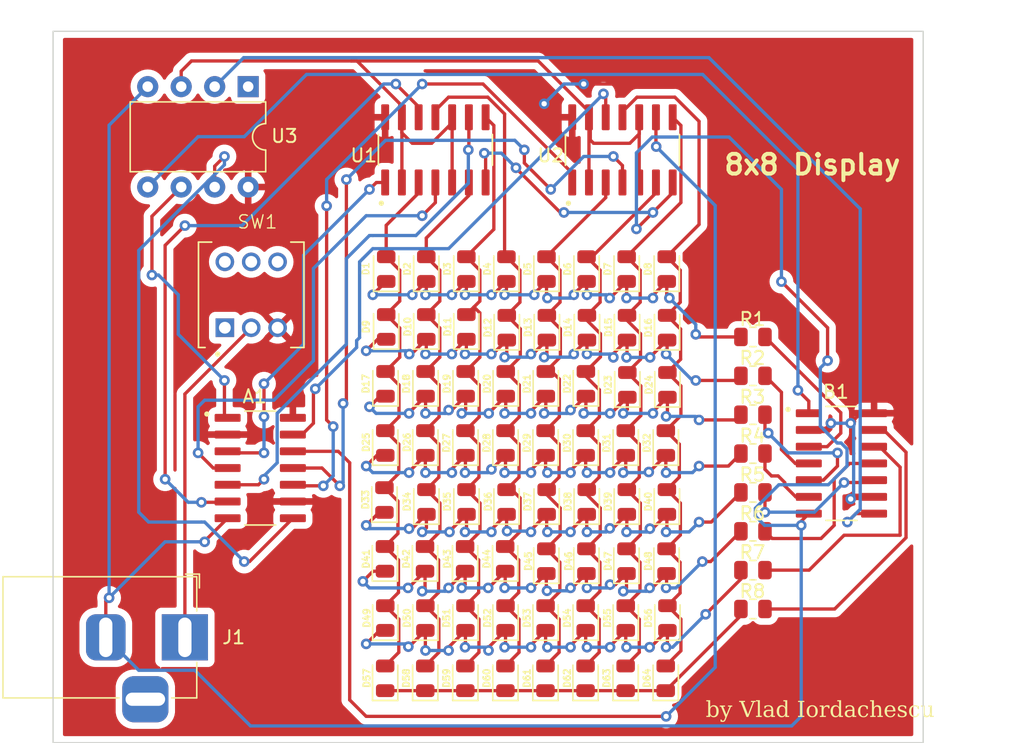
<source format=kicad_pcb>
(kicad_pcb (version 20221018) (generator pcbnew)
  (layers (0 "F.Cu" signal) (31 "B.Cu" signal) (34 "B.Paste" user) (35 "F.Paste" user) (36 "B.SilkS" user "B.Silkscreen") (37 "F.SilkS" user "F.Silkscreen") (38 "B.Mask" user) (39 "F.Mask" user) (44 "Edge.Cuts" user))
  (net 0 "")
  (net 1 "A")
  (net 2 "VCC")
  (net 3 "A0")
  (net 4 "A1")
  (net 5 "A2")
  (net 6 "A3")
  (net 7 "GND")
  (net 8 "CLKA")
  (net 9 "A4")
  (net 10 "A5")
  (net 11 "A6")
  (net 12 "A7")
  (net 13 "B")
  (net 14 "Net-(B1-QA)")
  (net 15 "Net-(B1-QB)")
  (net 16 "Net-(B1-QC)")
  (net 17 "Net-(B1-QD)")
  (net 18 "CLKB")
  (net 19 "Net-(B1-QE)")
  (net 20 "Net-(B1-QF)")
  (net 21 "Net-(B1-QG)")
  (net 22 "Net-(B1-QH)")
  (net 23 "Net-(D1-K)")
  (net 24 "Net-(D1-A)")
  (net 25 "Net-(D10-A)")
  (net 26 "Net-(D11-A)")
  (net 27 "Net-(D12-A)")
  (net 28 "Net-(D13-A)")
  (net 29 "Net-(D14-A)")
  (net 30 "Net-(D15-A)")
  (net 31 "Net-(D16-A)")
  (net 32 "Net-(D10-K)")
  (net 33 "Net-(D17-K)")
  (net 34 "Net-(D25-K)")
  (net 35 "Net-(D33-K)")
  (net 36 "Net-(D41-K)")
  (net 37 "Net-(D49-K)")
  (net 38 "Net-(D57-K)")
  (net 39 "Net-(J1-Pad1)")
  (net 45 "Net-(U3-XTAL2{slash}PB4)")
  (footprint "LED_SMD:LED_0805_2012Metric" (layer "F.Cu") (at 151.352 118.11 90)
    (fp_text reference "D61")
    (fp_text value "LED")
  )
  (footprint "LED_SMD:LED_0805_2012Metric" (layer "F.Cu") (at 145.35 87.05 90)
    (fp_text reference "D3")
    (fp_text value "LED")
  )
  (footprint "LED_SMD:LED_0805_2012Metric" (layer "F.Cu") (at 154.47 87.05 90)
    (fp_text reference "D6")
    (fp_text value "LED")
  )
  (footprint "Connector_BarrelJack:BarrelJack_Horizontal" (layer "F.Cu") (at 124 115)
    (fp_text reference "J1")
    (fp_text value "Barrel_Jack_Switch")
  )
  (footprint "LED_SMD:LED_0805_2012Metric" (layer "F.Cu") (at 142.256 95.758 90)
    (fp_text reference "D18")
    (fp_text value "LED")
  )
  (footprint "LED_SMD:LED_0805_2012Metric" (layer "F.Cu") (at 160.472 118.11 90)
    (fp_text reference "D64")
    (fp_text value "LED")
  )
  (footprint "LED_SMD:LED_0805_2012Metric" (layer "F.Cu") (at 145.296 95.758 90)
    (fp_text reference "D19")
    (fp_text value "LED")
  )
  (footprint "LED_SMD:LED_0805_2012Metric" (layer "F.Cu") (at 151.416 109.22 90)
    (fp_text reference "D45")
    (fp_text value "LED")
  )
  (footprint "LED_SMD:LED_0805_2012Metric" (layer "F.Cu") (at 148.39 87.05 90)
    (fp_text reference "D4")
    (fp_text value "LED")
  )
  (footprint "LED_SMD:LED_0805_2012Metric" (layer "F.Cu") (at 157.44 100.2515 90)
    (fp_text reference "D31")
    (fp_text value "LED")
  )
  (footprint "LED_SMD:LED_0805_2012Metric" (layer "F.Cu") (at 148.296 109.0445 90)
    (fp_text reference "D44")
    (fp_text value "LED")
  )
  (footprint "LED_SMD:LED_0805_2012Metric" (layer "F.Cu") (at 139.2 113.538 90)
    (fp_text reference "D49")
    (fp_text value "LED")
  )
  (footprint "LED_SMD:LED_0805_2012Metric" (layer "F.Cu") (at 151.36 113.538 90)
    (fp_text reference "D53")
    (fp_text value "LED")
  )
  (footprint "LED_SMD:LED_0805_2012Metric" (layer "F.Cu") (at 157.536 91.5 90)
    (fp_text reference "D15")
    (fp_text value "LED")
  )
  (footprint "Resistor_SMD:R_0805_2012Metric" (layer "F.Cu") (at 167.0875 104 180)
    (fp_text reference "R5")
    (fp_text value "220")
  )
  (footprint "Push_6pin:push_cu_6_pini" (layer "F.Cu") (at 129 89)
    (fp_text reference "SW1")
    (fp_text value "SW_Push_DPDT")
  )
  (footprint "Resistor_SMD:R_0805_2012Metric" (layer "F.Cu") (at 167.0875 106.95 180)
    (fp_text reference "R6")
    (fp_text value "220")
  )
  (footprint "LED_SMD:LED_0805_2012Metric" (layer "F.Cu") (at 145.28 113.538 90)
    (fp_text reference "D51")
    (fp_text value "LED")
  )
  (footprint "LED_SMD:LED_0805_2012Metric" (layer "F.Cu") (at 160.56 104.7265 90)
    (fp_text reference "D40")
    (fp_text value "LED")
  )
  (footprint "LED_SMD:LED_0805_2012Metric" (layer "F.Cu") (at 142.31 91.44 90)
    (fp_text reference "D10")
    (fp_text value "LED")
  )
  (footprint "LED_SMD:LED_0805_2012Metric" (layer "F.Cu") (at 148.32 100.2515 90)
    (fp_text reference "D28")
    (fp_text value "LED")
  )
  (footprint "LED_SMD:LED_0805_2012Metric" (layer "F.Cu") (at 154.496 91.5 90)
    (fp_text reference "D14")
    (fp_text value "LED")
  )
  (footprint "LED_SMD:LED_0805_2012Metric" (layer "F.Cu") (at 160.55 87.05 90)
    (fp_text reference "D8")
    (fp_text value "LED")
  )
  (footprint "LED_SMD:LED_0805_2012Metric" (layer "F.Cu") (at 139.216 95.758 90)
    (fp_text reference "D17")
    (fp_text value "LED")
  )
  (footprint "LED_SMD:LED_0805_2012Metric" (layer "F.Cu") (at 148.336 95.758 90)
    (fp_text reference "D20")
    (fp_text value "LED")
  )
  (footprint "LED_SMD:LED_0805_2012Metric" (layer "F.Cu") (at 145.35 91.44 90)
    (fp_text reference "D11")
    (fp_text value "LED")
  )
  (footprint "LED_SMD:LED_0805_2012Metric" (layer "F.Cu") (at 142.32 104.7265 90)
    (fp_text reference "D34")
    (fp_text value "LED")
  )
  (footprint "LED_SMD:LED_0805_2012Metric" (layer "F.Cu") (at 151.456 91.5 90)
    (fp_text reference "D13")
    (fp_text value "LED")
  )
  (footprint "LED_SMD:LED_0805_2012Metric" (layer "F.Cu") (at 154.456 109.22 90)
    (fp_text reference "D46")
    (fp_text value "LED")
  )
  (footprint "LED_SMD:LED_0805_2012Metric" (layer "F.Cu") (at 157.432 118.11 90)
    (fp_text reference "D63")
    (fp_text value "LED")
  )
  (footprint "SN74LS164DR:SOIC127P600X175-14N" (layer "F.Cu") (at 129.715 102.15)
    (fp_text reference "A1")
    (fp_text value "SN74LS164DR")
  )
  (footprint "LED_SMD:LED_0805_2012Metric" (layer "F.Cu") (at 148.4 104.7265 90)
    (fp_text reference "D36")
    (fp_text value "LED")
  )
  (footprint "LED_SMD:LED_0805_2012Metric" (layer "F.Cu") (at 154.48 104.7265 90)
    (fp_text reference "D38")
    (fp_text value "LED")
  )
  (footprint "LED_SMD:LED_0805_2012Metric" (layer "F.Cu") (at 160.6 95.8365 90)
    (fp_text reference "D24")
    (fp_text value "LED")
  )
  (footprint "LED_SMD:LED_0805_2012Metric" (layer "F.Cu") (at 139.176 109.0445 90)
    (fp_text reference "D41")
    (fp_text value "LED")
  )
  (footprint "LED_SMD:LED_0805_2012Metric" (layer "F.Cu") (at 139.27 87.05 90)
    (fp_text reference "D1")
    (fp_text value "LED")
  )
  (footprint "SN74LS164DR:SOIC127P600X175-14N" (layer "F.Cu") (at 157.19 78 90)
    (fp_text reference "U2")
    (fp_text value "74LS08")
  )
  (footprint "LED_SMD:LED_0805_2012Metric" (layer "F.Cu") (at 145.36 104.7265 90)
    (fp_text reference "D35")
    (fp_text value "LED")
  )
  (footprint "LED_SMD:LED_0805_2012Metric" (layer "F.Cu") (at 142.31 87.05 90)
    (fp_text reference "D2")
    (fp_text value "LED")
  )
  (footprint "LED_SMD:LED_0805_2012Metric" (layer "F.Cu") (at 139.2 100.2515 90)
    (fp_text reference "D25")
    (fp_text value "LED")
  )
  (footprint "SN74LS164DR:SOIC127P600X175-14N" (layer "F.Cu") (at 143 78 90)
    (fp_text reference "U1")
    (fp_text value "74LS08")
  )
  (footprint "LED_SMD:LED_0805_2012Metric" (layer "F.Cu") (at 145.272 118.11 90)
    (fp_text reference "D59")
    (fp_text value "LED")
  )
  (footprint "LED_SMD:LED_0805_2012Metric" (layer "F.Cu") (at 160.576 91.5 90)
    (fp_text reference "D16")
    (fp_text value "LED")
  )
  (footprint "LED_SMD:LED_0805_2012Metric" (layer "F.Cu") (at 154.416 95.758 90)
    (fp_text reference "D22")
    (fp_text value "LED")
  )
  (footprint "Resistor_SMD:R_0805_2012Metric" (layer "F.Cu") (at 167.0875 101.05 180)
    (fp_text reference "R4")
    (fp_text value "220")
  )
  (footprint "LED_SMD:LED_0805_2012Metric" (layer "F.Cu") (at 139.136 104.578 90)
    (fp_text reference "D33")
    (fp_text value "LED")
  )
  (footprint "LED_SMD:LED_0805_2012Metric" (layer "F.Cu") (at 160.536 109.22 90)
    (fp_text reference "D48")
    (fp_text value "LED")
  )
  (footprint "Resistor_SMD:R_0805_2012Metric" (layer "F.Cu") (at 167.0875 112.85 180)
    (fp_text reference "R8")
    (fp_text value "220")
  )
  (footprint "LED_SMD:LED_0805_2012Metric" (layer "F.Cu") (at 154.4 113.538 90)
    (fp_text reference "D54")
    (fp_text value "LED")
  )
  (footprint "LED_SMD:LED_0805_2012Metric" (layer "F.Cu") (at 154.4 100.2515 90)
    (fp_text reference "D30")
    (fp_text value "LED")
  )
  (footprint "Resistor_SMD:R_0805_2012Metric" (layer "F.Cu") (at 167.0875 98.1 180)
    (fp_text reference "R3")
    (fp_text value "220")
  )
  (footprint "SN74LS164DR:SOIC127P600X175-14N" (layer "F.Cu") (at 173.8 101.8)
    (fp_text reference "B1")
    (fp_text value "SN74LS164DR")
  )
  (footprint "LED_SMD:LED_0805_2012Metric" (layer "F.Cu") (at 142.232 118.11 90)
    (fp_text reference "D58")
    (fp_text value "LED")
  )
  (footprint "LED_SMD:LED_0805_2012Metric" (layer "F.Cu") (at 139.27 91.44 90)
    (fp_text reference "D9")
    (fp_text value "LED")
  )
  (footprint "LED_SMD:LED_0805_2012Metric" (layer "F.Cu") (at 142.24 113.538 90)
    (fp_text reference "D50")
    (fp_text value "LED")
  )
  (footprint "LED_SMD:LED_0805_2012Metric" (layer "F.Cu") (at 157.51 87.05 90)
    (fp_text reference "D7")
    (fp_text value "LED")
  )
  (footprint "LED_SMD:LED_0805_2012Metric" (layer "F.Cu") (at 151.36 100.2515 90)
    (fp_text reference "D29")
    (fp_text value "LED")
  )
  (footprint "LED_SMD:LED_0805_2012Metric" (layer "F.Cu") (at 160.6 113.538 90)
    (fp_text reference "D56")
    (fp_text value "LED")
  )
  (footprint "Resistor_SMD:R_0805_2012Metric" (layer "F.Cu") (at 167.0875 92.2 180)
    (fp_text reference "R1")
    (fp_text value "220")
  )
  (footprint "LED_SMD:LED_0805_2012Metric" (layer "F.Cu") (at 148.416 91.5 90)
    (fp_text reference "D12")
    (fp_text value "LED")
  )
  (footprint "Resistor_SMD:R_0805_2012Metric" (layer "F.Cu") (at 167.0875 109.9 180)
    (fp_text reference "R7")
    (fp_text value "220")
  )
  (footprint "LED_SMD:LED_0805_2012Metric" (layer "F.Cu") (at 151.43 87.05 90)
    (fp_text reference "D5")
    (fp_text value "LED")
  )
  (footprint "LED_SMD:LED_0805_2012Metric" (layer "F.Cu") (at 139.192 118.11 90)
    (fp_text reference "D57")
    (fp_text value "LED")
  )
  (footprint "LED_SMD:LED_0805_2012Metric" (layer "F.Cu") (at 142.24 100.2515 90)
    (fp_text reference "D26")
    (fp_text value "LED")
  )
  (footprint "LED_SMD:LED_0805_2012Metric" (layer "F.Cu") (at 154.392 118.11 90)
    (fp_text reference "D62")
    (fp_text value "LED")
  )
  (footprint "LED_SMD:LED_0805_2012Metric" (layer "F.Cu") (at 157.496 109.22 90)
    (fp_text reference "D47")
    (fp_text value "LED")
  )
  (footprint "LED_SMD:LED_0805_2012Metric" (layer "F.Cu") (at 157.52 104.7265 90)
    (fp_text reference "D39")
    (fp_text value "LED")
  )
  (footprint "LED_SMD:LED_0805_2012Metric" (layer "F.Cu") (at 151.376 95.758 90)
    (fp_text reference "D21")
    (fp_text value "LED")
  )
  (footprint "LED_SMD:LED_0805_2012Metric" (layer "F.Cu") (at 148.32 113.538 90)
    (fp_text reference "D52")
    (fp_text value "LED")
  )
  (footprint "Resistor_SMD:R_0805_2012Metric" (layer "F.Cu") (at 167.0875 95.15 180)
    (fp_text reference "R2")
    (fp_text value "220")
  )
  (footprint "LED_SMD:LED_0805_2012Metric" (layer "F.Cu") (at 145.256 109.0445 90)
    (fp_text reference "D43")
    (fp_text value "LED")
  )
  (footprint "LED_SMD:LED_0805_2012Metric" (layer "F.Cu") (at 142.216 109.0445 90)
    (fp_text reference "D42")
    (fp_text value "LED")
  )
  (footprint "LED_SMD:LED_0805_2012Metric" (layer "F.Cu") (at 145.28 100.2515 90)
    (fp_text reference "D27")
    (fp_text value "LED")
  )
  (footprint "LED_SMD:LED_0805_2012Metric" (layer "F.Cu") (at 148.312 118.11 90)
    (fp_text reference "D60")
    (fp_text value "LED")
  )
  (footprint "Package_DIP:DIP-8_W7.62mm" (layer "F.Cu") (at 128.8 73.2 -90)
    (fp_text reference "U3")
    (fp_text value "ATtiny85-20P")
  )
  (footprint "LED_SMD:LED_0805_2012Metric" (layer "F.Cu") (at 160.48 100.2515 90)
    (fp_text reference "D32")
    (fp_text value "LED")
  )
  (footprint "LED_SMD:LED_0805_2012Metric" (layer "F.Cu") (at 157.56 95.8365 90)
    (fp_text reference "D23")
    (fp_text value "LED")
  )
  (footprint "LED_SMD:LED_0805_2012Metric" (layer "F.Cu") (at 151.44 104.7265 90)
    (fp_text reference "D37")
    (fp_text value "LED")
  )
  (footprint "LED_SMD:LED_0805_2012Metric" (layer "F.Cu") (at 157.44 113.538 90)
    (fp_text reference "D55")
    (fp_text value "LED")
  )
  (gr_rect (start 114 69) (end 180 123) (stroke (width 0.1)) (fill none) (layer "Edge.Cuts"))
  (gr_text "8x8 Display" (at 164.75 80) (layer "F.SilkS") (effects (font (size 1.5 1.5) (thickness 0.3) bold) (justify left bottom)))
  (gr_text "by Vlad Iordachescu" (at 163.5 121.25) (layer "F.SilkS") (effects (font (size 1.2 1.2)) (justify left bottom)))
  (segment (start 127 98.1) (end 127 95.5) (width 0.25) (layer "F.Cu") (net 1))
  (segment (start 121.5 87.5) (end 121.5 83.04) (width 0.25) (layer "F.Cu") (net 1))
  (segment (start 121.5 83.04) (end 123.72 80.82) (width 0.25) (layer "F.Cu") (net 1))
  (segment (start 127.24 98.34) (end 127 98.1) (width 0.25) (layer "F.Cu") (net 1))
  (via (at 121.5 87.5) (size 0.8) (drill 0.4) (layers "F.Cu" "B.Cu") (net 1))
  (via (at 127 95.5) (size 0.8) (drill 0.4) (layers "F.Cu" "B.Cu") (net 1))
  (segment (start 123.5 89) (end 122 87.5) (width 0.25) (layer "B.Cu") (net 1))
  (segment (start 122 87.5) (end 121.5 87.5) (width 0.25) (layer "B.Cu") (net 1))
  (segment (start 123.5 92) (end 123.5 89) (width 0.25) (layer "B.Cu") (net 1))
  (segment (start 127 95.5) (end 123.5 92) (width 0.25) (layer "B.Cu") (net 1))
  (segment (start 172.49 99.26) (end 173 98.75) (width 0.25) (layer "F.Cu") (net 2))
  (segment (start 176.275 104.34) (end 174.66 104.34) (width 0.25) (layer "F.Cu") (net 2))
  (segment (start 176.275 78.525) (end 176.275 97.99) (width 0.25) (layer "F.Cu") (net 2))
  (segment (start 154.25 73) (end 170.75 73) (width 0.25) (layer "F.Cu") (net 2))
  (segment (start 175.26 97.99) (end 176.275 97.99) (width 0.25) (layer "F.Cu") (net 2))
  (segment (start 152.275 75.525) (end 151.25 74.5) (width 0.25) (layer "F.Cu") (net 2))
  (segment (start 174.66 104.34) (end 174.5 104.5) (width 0.25) (layer "F.Cu") (net 2))
  (segment (start 153.38 75.525) (end 152.275 75.525) (width 0.25) (layer "F.Cu") (net 2))
  (segment (start 174.5 98.75) (end 175.26 97.99) (width 0.25) (layer "F.Cu") (net 2))
  (segment (start 170.75 73) (end 176.275 78.525) (width 0.25) (layer "F.Cu") (net 2))
  (segment (start 171.325 99.26) (end 172.49 99.26) (width 0.25) (layer "F.Cu") (net 2))
  (via (at 173 98.75) (size 0.8) (drill 0.4) (layers "F.Cu" "B.Cu") (net 2))
  (via (at 154.25 73) (size 0.8) (drill 0.4) (layers "F.Cu" "B.Cu") (net 2))
  (via (at 151.25 74.5) (size 0.8) (drill 0.4) (layers "F.Cu" "B.Cu") (net 2))
  (via (at 174.5 98.75) (size 0.8) (drill 0.4) (layers "F.Cu" "B.Cu") (net 2))
  (via (at 174.5 104.5) (size 0.8) (drill 0.4) (layers "F.Cu" "B.Cu") (net 2))
  (segment (start 151.25 74.5) (end 152.75 73) (width 0.25) (layer "B.Cu") (net 2))
  (segment (start 174.5 104.5) (end 174.725 104.275) (width 0.25) (layer "B.Cu") (net 2))
  (segment (start 152.75 73) (end 154.25 73) (width 0.25) (layer "B.Cu") (net 2))
  (segment (start 174.725 98.975) (end 174.5 98.75) (width 0.25) (layer "B.Cu") (net 2))
  (segment (start 173 98.75) (end 174.5 98.75) (width 0.25) (layer "B.Cu") (net 2))
  (segment (start 174.725 104.275) (end 174.725 98.975) (width 0.25) (layer "B.Cu") (net 2))
  (segment (start 130 95.75) (end 130 98.25) (width 0.25) (layer "F.Cu") (net 3))
  (segment (start 127.36 101) (end 127.24 100.88) (width 0.25) (layer "F.Cu") (net 3))
  (segment (start 138.525 80.475) (end 138 81) (width 0.25) (layer "F.Cu") (net 3))
  (segment (start 139.19 80.475) (end 138.525 80.475) (width 0.25) (layer "F.Cu") (net 3))
  (segment (start 130 101) (end 127.36 101) (width 0.25) (layer "F.Cu") (net 3))
  (via (at 130 98.25) (size 0.8) (drill 0.4) (layers "F.Cu" "B.Cu") (net 3))
  (via (at 130 101) (size 0.8) (drill 0.4) (layers "F.Cu" "B.Cu") (net 3))
  (via (at 138 81) (size 0.8) (drill 0.4) (layers "F.Cu" "B.Cu") (net 3))
  (via (at 130 95.75) (size 0.8) (drill 0.4) (layers "F.Cu" "B.Cu") (net 3))
  (segment (start 133 86.75) (end 133 92.75) (width 0.25) (layer "B.Cu") (net 3))
  (segment (start 130 98.25) (end 130 101) (width 0.25) (layer "B.Cu") (net 3))
  (segment (start 133 92.75) (end 130 95.75) (width 0.25) (layer "B.Cu") (net 3))
  (segment (start 133 86) (end 133 86.75) (width 0.25) (layer "B.Cu") (net 3))
  (segment (start 138 81) (end 133 86) (width 0.25) (layer "B.Cu") (net 3))
  (segment (start 143 82) (end 142 83) (width 0.25) (layer "F.Cu") (net 4))
  (segment (start 143 80.475) (end 143 82) (width 0.25) (layer "F.Cu") (net 4))
  (segment (start 126.15 102.15) (end 127.24 102.15) (width 0.25) (layer "F.Cu") (net 4))
  (segment (start 125 101) (end 126.15 102.15) (width 0.25) (layer "F.Cu") (net 4))
  (via (at 142 83) (size 0.8) (drill 0.4) (layers "F.Cu" "B.Cu") (net 4))
  (via (at 125 101) (size 0.8) (drill 0.4) (layers "F.Cu" "B.Cu") (net 4))
  (segment (start 137.75 83) (end 142 83) (width 0.25) (layer "B.Cu") (net 4))
  (segment (start 133.75 87) (end 137.75 83) (width 0.25) (layer "B.Cu") (net 4))
  (segment (start 125 101) (end 125 97.5) (width 0.25) (layer "B.Cu") (net 4))
  (segment (start 130.75 97) (end 133.75 94) (width 0.25) (layer "B.Cu") (net 4))
  (segment (start 133.75 94) (end 133.75 87) (width 0.25) (layer "B.Cu") (net 4))
  (segment (start 125.5 97) (end 130.75 97) (width 0.25) (layer "B.Cu") (net 4))
  (segment (start 125 97.5) (end 125.5 97) (width 0.25) (layer "B.Cu") (net 4))
  (segment (start 130 103) (end 129.58 103.42) (width 0.25) (layer "F.Cu") (net 5))
  (segment (start 145.54 75.525) (end 145.54 77.96) (width 0.25) (layer "F.Cu") (net 5))
  (segment (start 145.54 77.96) (end 145.5 78) (width 0.25) (layer "F.Cu") (net 5))
  (segment (start 129.58 103.42) (end 127.24 103.42) (width 0.25) (layer "F.Cu") (net 5))
  (via (at 130 103) (size 0.8) (drill 0.4) (layers "F.Cu" "B.Cu") (net 5))
  (via (at 145.5 78) (size 0.8) (drill 0.4) (layers "F.Cu" "B.Cu") (net 5))
  (segment (start 136.25 86.25) (end 136.25 92.75) (width 0.25) (layer "B.Cu") (net 5))
  (segment (start 141.525305 84.5) (end 138.25 84.5) (width 0.25) (layer "B.Cu") (net 5))
  (segment (start 138.25 84.5) (end 138 84.5) (width 0.25) (layer "B.Cu") (net 5))
  (segment (start 131 98) (end 131 101.75) (width 0.25) (layer "B.Cu") (net 5))
  (segment (start 131 101.75) (end 130 102.75) (width 0.25) (layer "B.Cu") (net 5))
  (segment (start 145.5 80.525305) (end 141.525305 84.5) (width 0.25) (layer "B.Cu") (net 5))
  (segment (start 136.25 92.75) (end 133 96) (width 0.25) (layer "B.Cu") (net 5))
  (segment (start 138 84.5) (end 136.25 86.25) (width 0.25) (layer "B.Cu") (net 5))
  (segment (start 130 102.75) (end 130 103) (width 0.25) (layer "B.Cu") (net 5))
  (segment (start 145.5 78) (end 145.5 80.525305) (width 0.25) (layer "B.Cu") (net 5))
  (segment (start 133 96) (end 131 98) (width 0.25) (layer "B.Cu") (net 5))
  (segment (start 124 83.75) (end 122.5 85.25) (width 0.25) (layer "F.Cu") (net 6))
  (segment (start 141.73 75.525) (end 141.73 74.73) (width 0.25) (layer "F.Cu") (net 6))
  (segment (start 141.73 74.73) (end 140 73) (width 0.25) (layer "F.Cu") (net 6))
  (segment (start 125.25 104.75) (end 127.18 104.75) (width 0.25) (layer "F.Cu") (net 6))
  (segment (start 127.18 104.75) (end 127.24 104.69) (width 0.25) (layer "F.Cu") (net 6))
  (segment (start 122.5 85.25) (end 122.5 103) (width 0.25) (layer "F.Cu") (net 6))
  (via (at 125.25 104.75) (size 0.8) (drill 0.4) (layers "F.Cu" "B.Cu") (net 6))
  (via (at 122.5 103) (size 0.8) (drill 0.4) (layers "F.Cu" "B.Cu") (net 6))
  (via (at 124 83.75) (size 0.8) (drill 0.4) (layers "F.Cu" "B.Cu") (net 6))
  (via (at 140 73) (size 0.8) (drill 0.4) (layers "F.Cu" "B.Cu") (net 6))
  (segment (start 128.325774 83.75) (end 124 83.75) (width 0.25) (layer "B.Cu") (net 6))
  (segment (start 124.25 104.75) (end 125.25 104.75) (width 0.25) (layer "B.Cu") (net 6))
  (segment (start 139.075774 73) (end 128.325774 83.75) (width 0.25) (layer "B.Cu") (net 6))
  (segment (start 122.5 103) (end 124.25 104.75) (width 0.25) (layer "B.Cu") (net 6))
  (segment (start 140 73) (end 139.075774 73) (width 0.25) (layer "B.Cu") (net 6))
  (segment (start 169.25 88) (end 172.75 91.5) (width 0.25) (layer "F.Cu") (net 7))
  (segment (start 149.114059 79.389364) (end 152.474695 82.75) (width 0.25) (layer "F.Cu") (net 7))
  (segment (start 170.75 106.5) (end 170.75 106.185) (width 0.25) (layer "F.Cu") (net 7))
  (segment (start 118 115) (end 118 112.25) (width 0.25) (layer "F.Cu") (net 7))
  (segment (start 152.474695 82.75) (end 152.75 82.75) (width 0.25) (layer "F.Cu") (net 7))
  (segment (start 161 81.25) (end 161 80.475) (width 0.25) (layer "F.Cu") (net 7))
  (segment (start 170.75 106.185) (end 171.325 105.61) (width 0.25) (layer "F.Cu") (net 7))
  (segment (start 159.5 82.75) (end 161 81.25) (width 0.25) (layer "F.Cu") (net 7))
  (segment (start 146.81 80.475) (end 146.81 78.3495) (width 0.25) (layer "F.Cu") (net 7))
  (segment (start 149.114059 79.361342) (end 149.114059 79.389364) (width 0.25) (layer "F.Cu") (net 7))
  (segment (start 172.75 91.5) (end 172.75 94) (width 0.25) (layer "F.Cu") (net 7))
  (segment (start 127.24 105.96) (end 125.5 107.7) (width 0.25) (layer "F.Cu") (net 7))
  (segment (start 159.5 82.75) (end 158.25 84) (width 0.25) (layer "F.Cu") (net 7))
  (segment (start 125.5 107.7) (end 125.5 107.75) (width 0.25) (layer "F.Cu") (net 7))
  (segment (start 118 112.25) (end 118.25 112) (width 0.25) (layer "F.Cu") (net 7))
  (segment (start 146.81 78.3495) (end 146.7105 78.25) (width 0.25) (layer "F.Cu") (net 7))
  (via (at 118.25 112) (size 0.8) (drill 0.4) (layers "F.Cu" "B.Cu") (net 7))
  (via (at 169.25 88) (size 0.8) (drill 0.4) (layers "F.Cu" "B.Cu") (net 7))
  (via (at 152.75 82.75) (size 0.8) (drill 0.4) (layers "F.Cu" "B.Cu") (net 7))
  (via (at 172.75 94) (size 0.8) (drill 0.4) (layers "F.Cu" "B.Cu") (net 7))
  (via (at 125.5 107.75) (size 0.8) (drill 0.4) (layers "F.Cu" "B.Cu") (net 7))
  (via (at 146.7105 78.25) (size 0.8) (drill 0.4) (layers "F.Cu" "B.Cu") (net 7))
  (via (at 170.75 106.5) (size 0.8) (drill 0.4) (layers "F.Cu" "B.Cu") (net 7))
  (via (at 149.114059 79.361342) (size 0.8) (drill 0.4) (layers "F.Cu" "B.Cu") (net 7))
  (via (at 159.5 82.75) (size 0.8) (drill 0.4) (layers "F.Cu" "B.Cu") (net 7))
  (via (at 158.25 84) (size 0.8) (drill 0.4) (layers "F.Cu" "B.Cu") (net 7))
  (segment (start 158.25 84) (end 158.25 78.224695) (width 0.25) (layer "B.Cu") (net 7))
  (segment (start 148.002717 78.25) (end 146.7105 78.25) (width 0.25) (layer "B.Cu") (net 7))
  (segment (start 174.225 100.699695) (end 174.225 101.999695) (width 0.25) (layer "B.Cu") (net 7))
  (segment (start 172.2 98.975305) (end 173.474695 100.25) (width 0.25) (layer "B.Cu") (net 7))
  (segment (start 152.75 82.75) (end 159.5 82.75) (width 0.25) (layer "B.Cu") (net 7))
  (segment (start 167.75 79.5) (end 169.25 81) (width 0.25) (layer "B.Cu") (net 7))
  (segment (start 172.75 94) (end 172.2 94.55) (width 0.25) (layer "B.Cu") (net 7))
  (segment (start 124.75 117.5) (end 120.5 117.5) (width 0.25) (layer "B.Cu") (net 7))
  (segment (start 167.275 105.199695) (end 167.275 105.800305) (width 0.25) (layer "B.Cu") (net 7))
  (segment (start 125.5 107.75) (end 122.5 107.75) (width 0.25) (layer "B.Cu") (net 7))
  (segment (start 167.275 105.800305) (end 167.974695 106.5) (width 0.25) (layer "B.Cu") (net 7))
  (segment (start 128.975 121.725) (end 124.75 117.5) (width 0.25) (layer "B.Cu") (net 7))
  (segment (start 170.025 121.725) (end 128.975 121.725) (width 0.25) (layer "B.Cu") (net 7))
  (segment (start 170.75 121) (end 170.025 121.725) (width 0.25) (layer "B.Cu") (net 7))
  (segment (start 167.974695 106.5) (end 170.75 106.5) (width 0.25) (layer "B.Cu") (net 7))
  (segment (start 158.25 78.224695) (end 159.449695 77.025) (width 0.25) (layer "B.Cu") (net 7))
  (segment (start 122.5 107.75) (end 118.25 112) (width 0.25) (layer "B.Cu") (net 7))
  (segment (start 120.5 117.5) (end 118 115) (width 0.25) (layer "B.Cu") (net 7))
  (segment (start 169.25 81) (end 169.25 88) (width 0.25) (layer "B.Cu") (net 7))
  (segment (start 173.474695 100.25) (end 173.775305 100.25) (width 0.25) (layer "B.Cu") (net 7))
  (segment (start 159.449695 77.025) (end 165.275 77.025) (width 0.25) (layer "B.Cu") (net 7))
  (segment (start 165.275 77.025) (end 167.75 79.5) (width 0.25) (layer "B.Cu") (net 7))
  (segment (start 169.056802 103.417893) (end 167.275 105.199695) (width 0.25) (layer "B.Cu") (net 7))
  (segment (start 173.775305 100.25) (end 174.225 100.699695) (width 0.25) (layer "B.Cu") (net 7))
  (segment (start 170.75 106.5) (end 170.75 121) (width 0.25) (layer "B.Cu") (net 7))
  (segment (start 172.2 94.55) (end 172.2 98.975305) (width 0.25) (layer "B.Cu") (net 7))
  (segment (start 172.806802 103.417893) (end 169.056802 103.417893) (width 0.25) (layer "B.Cu") (net 7))
  (segment (start 149.114059 79.361342) (end 148.002717 78.25) (width 0.25) (layer "B.Cu") (net 7))
  (segment (start 118.25 76.13) (end 121.18 73.2) (width 0.25) (layer "B.Cu") (net 7))
  (segment (start 174.225 101.999695) (end 172.806802 103.417893) (width 0.25) (layer "B.Cu") (net 7))
  (segment (start 118.25 112) (end 118.25 76.13) (width 0.25) (layer "B.Cu") (net 7))
  (segment (start 126.26 79.24) (end 127 78.5) (width 0.25) (layer "F.Cu") (net 8))
  (segment (start 126.26 80.82) (end 126.26 79.24) (width 0.25) (layer "F.Cu") (net 8))
  (segment (start 128.9 109.25) (end 132.19 105.96) (width 0.25) (layer "F.Cu") (net 8))
  (segment (start 128.5 109.25) (end 128.9 109.25) (width 0.25) (layer "F.Cu") (net 8))
  (via (at 128.5 109.25) (size 0.8) (drill 0.4) (layers "F.Cu" "B.Cu") (net 8))
  (via (at 127 78.5) (size 0.8) (drill 0.4) (layers "F.Cu" "B.Cu") (net 8))
  (segment (start 127 79.130991) (end 120.5 85.630991) (width 0.25) (layer "B.Cu") (net 8))
  (segment (start 127 78.5) (end 127 79.130991) (width 0.25) (layer "B.Cu") (net 8))
  (segment (start 125.25 106.25) (end 125.5 106.25) (width 0.25) (layer "B.Cu") (net 8))
  (segment (start 125.5 106.25) (end 128.5 109.25) (width 0.25) (layer "B.Cu") (net 8))
  (segment (start 121.25 106.25) (end 125.25 106.25) (width 0.25) (layer "B.Cu") (net 8))
  (segment (start 120.5 105.5) (end 121.25 106.25) (width 0.25) (layer "B.Cu") (net 8))
  (segment (start 120.5 85.630991) (end 120.5 105.5) (width 0.25) (layer "B.Cu") (net 8))
  (segment (start 134.75 98.5) (end 135.25 99) (width 0.25) (layer "F.Cu") (net 9))
  (segment (start 134.5 103.5) (end 132.27 103.5) (width 0.25) (layer "F.Cu") (net 9))
  (segment (start 132.27 103.5) (end 132.19 103.42) (width 0.25) (layer "F.Cu") (net 9))
  (segment (start 134.75 82.25) (end 134.75 98.5) (width 0.25) (layer "F.Cu") (net 9))
  (segment (start 153.38 80.475) (end 153.38 79.766705) (width 0.25) (layer "F.Cu") (net 9))
  (segment (start 153.38 79.766705) (end 146.613295 73) (width 0.25) (layer "F.Cu") (net 9))
  (segment (start 146.613295 73) (end 142 73) (width 0.25) (layer "F.Cu") (net 9))
  (via (at 134.75 82.25) (size 0.8) (drill 0.4) (layers "F.Cu" "B.Cu") (net 9))
  (via (at 142 73) (size 0.8) (drill 0.4) (layers "F.Cu" "B.Cu") (net 9))
  (via (at 134.5 103.5) (size 0.8) (drill 0.4) (layers "F.Cu" "B.Cu") (net 9))
  (via (at 135.25 99) (size 0.8) (drill 0.4) (layers "F.Cu" "B.Cu") (net 9))
  (segment (start 135.25 99) (end 135.25 102.75) (width 0.25) (layer "B.Cu") (net 9))
  (segment (start 142 73) (end 134.75 80.25) (width 0.25) (layer "B.Cu") (net 9))
  (segment (start 135.25 102.75) (end 134.5 103.5) (width 0.25) (layer "B.Cu") (net 9))
  (segment (start 134.75 80.25) (end 134.75 82.25) (width 0.25) (layer "B.Cu") (net 9))
  (segment (start 134.4 102.15) (end 132.19 102.15) (width 0.25) (layer "F.Cu") (net 10))
  (segment (start 136.25 80.25) (end 136.25 97) (width 0.25) (layer "F.Cu") (net 10))
  (segment (start 157.19 80.475) (end 157.19 79.19) (width 0.25) (layer "F.Cu") (net 10))
  (segment (start 151.75 81) (end 149.75 79) (width 0.25) (layer "F.Cu") (net 10))
  (segment (start 136.25 97) (end 136 97.25) (width 0.25) (layer "F.Cu") (net 10))
  (segment (start 135.75 103.5) (end 134.4 102.15) (width 0.25) (layer "F.Cu") (net 10))
  (segment (start 149.75 79) (end 149.75 78) (width 0.25) (layer "F.Cu") (net 10))
  (segment (start 157.19 79.19) (end 156.5 78.5) (width 0.25) (layer "F.Cu") (net 10))
  (via (at 151.75 81) (size 0.8) (drill 0.4) (layers "F.Cu" "B.Cu") (net 10))
  (via (at 135.75 103.5) (size 0.8) (drill 0.4) (layers "F.Cu" "B.Cu") (net 10))
  (via (at 136 97.25) (size 0.8) (drill 0.4) (layers "F.Cu" "B.Cu") (net 10))
  (via (at 136.25 80.25) (size 0.8) (drill 0.4) (layers "F.Cu" "B.Cu") (net 10))
  (via (at 149.75 78) (size 0.8) (drill 0.4) (layers "F.Cu" "B.Cu") (net 10))
  (via (at 156.5 78.5) (size 0.8) (drill 0.4) (layers "F.Cu" "B.Cu") (net 10))
  (segment (start 154.25 78.5) (end 151.75 81) (width 0.25) (layer "B.Cu") (net 10))
  (segment (start 139.225 77.275) (end 136.25 80.25) (width 0.25) (layer "B.Cu") (net 10))
  (segment (start 136 97.25) (end 136 103.25) (width 0.25) (layer "B.Cu") (net 10))
  (segment (start 149.025 77.275) (end 139.225 77.275) (width 0.25) (layer "B.Cu") (net 10))
  (segment (start 156.5 78.5) (end 154.25 78.5) (width 0.25) (layer "B.Cu") (net 10))
  (segment (start 136 103.25) (end 135.75 103.5) (width 0.25) (layer "B.Cu") (net 10))
  (segment (start 149.75 78) (end 149.025 77.275) (width 0.25) (layer "B.Cu") (net 10))
  (segment (start 159.73 77.73) (end 159.75 77.75) (width 0.25) (layer "F.Cu") (net 11))
  (segment (start 160.5 121) (end 137.75 121) (width 0.25) (layer "F.Cu") (net 11))
  (segment (start 136.5 101.75) (end 135.63 100.88) (width 0.25) (layer "F.Cu") (net 11))
  (segment (start 136.5 119.75) (end 136.5 101.75) (width 0.25) (layer "F.Cu") (net 11))
  (segment (start 159.73 75.525) (end 159.73 77.73) (width 0.25) (layer "F.Cu") (net 11))
  (segment (start 137.75 121) (end 136.5 119.75) (width 0.25) (layer "F.Cu") (net 11))
  (segment (start 135.63 100.88) (end 132.19 100.88) (width 0.25) (layer "F.Cu") (net 11))
  (via (at 159.75 77.75) (size 0.8) (drill 0.4) (layers "F.Cu" "B.Cu") (net 11))
  (via (at 160.5 121) (size 0.8) (drill 0.4) (layers "F.Cu" "B.Cu") (net 11))
  (segment (start 164.225 117.275) (end 160.5 121) (width 0.25) (layer "B.Cu") (net 11))
  (segment (start 164.225 82.225) (end 164.225 117.275) (width 0.25) (layer "B.Cu") (net 11))
  (segment (start 159.75 77.75) (end 164.225 82.225) (width 0.25) (layer "B.Cu") (net 11))
  (segment (start 133.75 98.75) (end 132.89 99.61) (width 0.25) (layer "F.Cu") (net 12))
  (segment (start 133.887299 96.137299) (end 133.75 96.274598) (width 0.25) (layer "F.Cu") (net 12))
  (segment (start 155.92 73.92) (end 155.75 73.75) (width 0.25) (layer "F.Cu") (net 12))
  (segment (start 155.92 75.525) (end 155.92 73.92) (width 0.25) (layer "F.Cu") (net 12))
  (segment (start 133.75 96.274598) (end 133.75 98.75) (width 0.25) (layer "F.Cu") (net 12))
  (segment (start 132.89 99.61) (end 132.19 99.61) (width 0.25) (layer "F.Cu") (net 12))
  (via (at 133.887299 96.137299) (size 0.8) (drill 0.4) (layers "F.Cu" "B.Cu") (net 12))
  (via (at 155.75 73.75) (size 0.8) (drill 0.4) (layers "F.Cu" "B.Cu") (net 12))
  (segment (start 144 85.5) (end 138.25 85.5) (width 0.25) (layer "B.Cu") (net 12))
  (segment (start 155.75 73.75) (end 144 85.5) (width 0.25) (layer "B.Cu") (net 12))
  (segment (start 137.025 92.999598) (end 133.887299 96.137299) (width 0.25) (layer "B.Cu") (net 12))
  (segment (start 137.25 92.25) (end 137.025 92.475) (width 0.25) (layer "B.Cu") (net 12))
  (segment (start 137.5 86.25) (end 137.25 86.5) (width 0.25) (layer "B.Cu") (net 12))
  (segment (start 137.25 86.5) (end 137.25 92.25) (width 0.25) (layer "B.Cu") (net 12))
  (segment (start 137.025 92.475) (end 137.025 92.999598) (width 0.25) (layer "B.Cu") (net 12))
  (segment (start 138.25 85.5) (end 137.5 86.25) (width 0.25) (layer "B.Cu") (net 12))
  (segment (start 171.325 97.99) (end 171.325 97.075) (width 0.25) (layer "F.Cu") (net 13))
  (segment (start 171.325 97.075) (end 170.5 96.25) (width 0.25) (layer "F.Cu") (net 13))
  (via (at 170.5 96.25) (size 0.8) (drill 0.4) (layers "F.Cu" "B.Cu") (net 13))
  (segment (start 125 77) (end 121.18 80.82) (width 0.25) (layer "B.Cu") (net 13))
  (segment (start 170.5 79.5) (end 163.275 72.275) (width 0.25) (layer "B.Cu") (net 13))
  (segment (start 128.5 77) (end 125 77) (width 0.25) (layer "B.Cu") (net 13))
  (segment (start 170.5 96.25) (end 170.5 79.5) (width 0.25) (layer "B.Cu") (net 13))
  (segment (start 133.225 72.275) (end 128.5 77) (width 0.25) (layer "B.Cu") (net 13))
  (segment (start 163.275 72.275) (end 133.225 72.275) (width 0.25) (layer "B.Cu") (net 13))
  (segment (start 172.72 100.53) (end 171.325 100.53) (width 0.25) (layer "F.Cu") (net 14))
  (segment (start 173.75 97.95) (end 173.75 99.5) (width 0.25) (layer "F.Cu") (net 14))
  (segment (start 173.75 99.5) (end 172.72 100.53) (width 0.25) (layer "F.Cu") (net 14))
  (segment (start 168 92.2) (end 173.75 97.95) (width 0.25) (layer "F.Cu") (net 14))
  (segment (start 169.25 96.4) (end 169.25 100.75) (width 0.25) (layer "F.Cu") (net 15))
  (segment (start 168 95.15) (end 169.25 96.4) (width 0.25) (layer "F.Cu") (net 15))
  (segment (start 170.3 101.8) (end 171.325 101.8) (width 0.25) (layer "F.Cu") (net 15))
  (segment (start 169.25 100.75) (end 170.3 101.8) (width 0.25) (layer "F.Cu") (net 15))
  (segment (start 173.5 102) (end 172.43 103.07) (width 0.25) (layer "F.Cu") (net 16))
  (segment (start 173.5 101) (end 173.5 102) (width 0.25) (layer "F.Cu") (net 16))
  (segment (start 168 99.25) (end 168.25 99.5) (width 0.25) (layer "F.Cu") (net 16))
  (segment (start 172.43 103.07) (end 171.325 103.07) (width 0.25) (layer "F.Cu") (net 16))
  (segment (start 168 98.1) (end 168 99.25) (width 0.25) (layer "F.Cu") (net 16))
  (via (at 168.25 99.5) (size 0.8) (drill 0.4) (layers "F.Cu" "B.Cu") (net 16))
  (via (at 173.5 101) (size 0.8) (drill 0.4) (layers "F.Cu" "B.Cu") (net 16))
  (segment (start 168.25 99.5) (end 169.75 101) (width 0.25) (layer "B.Cu") (net 16))
  (segment (start 169.75 101) (end 173.5 101) (width 0.25) (layer "B.Cu") (net 16))
  (segment (start 168.5 102.75) (end 169 102.75) (width 0.25) (layer "F.Cu") (net 17))
  (segment (start 169.5 103.5) (end 170.34 104.34) (width 0.25) (layer "F.Cu") (net 17))
  (segment (start 169.5 103.25) (end 169.5 103.5) (width 0.25) (layer "F.Cu") (net 17))
  (segment (start 169 102.75) (end 169.5 103.25) (width 0.25) (layer "F.Cu") (net 17))
  (segment (start 168 101.05) (end 168 102.25) (width 0.25) (layer "F.Cu") (net 17))
  (segment (start 168 102.25) (end 168.5 102.75) (width 0.25) (layer "F.Cu") (net 17))
  (segment (start 170.34 104.34) (end 171.325 104.34) (width 0.25) (layer "F.Cu") (net 17))
  (segment (start 176.275 105.61) (end 174.89 105.61) (width 0.25) (layer "F.Cu") (net 18))
  (segment (start 174.89 105.61) (end 174.25 106.25) (width 0.25) (layer "F.Cu") (net 18))
  (via (at 174.25 106.25) (size 0.8) (drill 0.4) (layers "F.Cu" "B.Cu") (net 18))
  (segment (start 163.75 71) (end 128.46 71) (width 0.25) (layer "B.Cu") (net 18))
  (segment (start 128.46 71) (end 126.26 73.2) (width 0.25) (layer "B.Cu") (net 18))
  (segment (start 174.25 106.25) (end 175.225 105.275) (width 0.25) (layer "B.Cu") (net 18))
  (segment (start 175.225 105.275) (end 175.225 82.475) (width 0.25) (layer "B.Cu") (net 18))
  (segment (start 175.225 82.475) (end 163.75 71) (width 0.25) (layer "B.Cu") (net 18))
  (segment (start 174 103.25) (end 176.095 103.25) (width 0.25) (layer "F.Cu") (net 19))
  (segment (start 168 104) (end 168 105.5) (width 0.25) (layer "F.Cu") (net 19))
  (segment (start 176.095 103.25) (end 176.275 103.07) (width 0.25) (layer "F.Cu") (net 19))
  (via (at 168 105.5) (size 0.8) (drill 0.4) (layers "F.Cu" "B.Cu") (net 19))
  (via (at 174 103.25) (size 0.8) (drill 0.4) (layers "F.Cu" "B.Cu") (net 19))
  (segment (start 168 105.5) (end 171.75 105.5) (width 0.25) (layer "B.Cu") (net 19))
  (segment (start 171.75 105.5) (end 174 103.25) (width 0.25) (layer "B.Cu") (net 19))
  (segment (start 168.55 107.5) (end 172.25 107.5) (width 0.25) (layer "F.Cu") (net 20))
  (segment (start 173.25 102.974695) (end 174.424695 101.8) (width 0.25) (layer "F.Cu") (net 20))
  (segment (start 173.25 106.5) (end 173.25 102.974695) (width 0.25) (layer "F.Cu") (net 20))
  (segment (start 174.424695 101.8) (end 176.275 101.8) (width 0.25) (layer "F.Cu") (net 20))
  (segment (start 172.25 107.5) (end 173.25 106.5) (width 0.25) (layer "F.Cu") (net 20))
  (segment (start 168 106.95) (end 168.55 107.5) (width 0.25) (layer "F.Cu") (net 20))
  (segment (start 171.35 109.9) (end 174 107.25) (width 0.25) (layer "F.Cu") (net 21))
  (segment (start 168 109.9) (end 171.35 109.9) (width 0.25) (layer "F.Cu") (net 21))
  (segment (start 174 107.25) (end 178.25 107.25) (width 0.25) (layer "F.Cu") (net 21))
  (segment (start 178.25 102.083101) (end 176.696899 100.53) (width 0.25) (layer "F.Cu") (net 21))
  (segment (start 176.696899 100.53) (end 176.275 100.53) (width 0.25) (layer "F.Cu") (net 21))
  (segment (start 178.25 107.25) (end 178.25 102.083101) (width 0.25) (layer "F.Cu") (net 21))
  (segment (start 173.286396 112.85) (end 178.7 107.436396) (width 0.25) (layer "F.Cu") (net 22))
  (segment (start 168 112.85) (end 173.286396 112.85) (width 0.25) (layer "F.Cu") (net 22))
  (segment (start 178.7 100.95) (end 177.01 99.26) (width 0.25) (layer "F.Cu") (net 22))
  (segment (start 178.7 107.436396) (end 178.7 100.95) (width 0.25) (layer "F.Cu") (net 22))
  (segment (start 177.01 99.26) (end 176.275 99.26) (width 0.25) (layer "F.Cu") (net 22))
  (segment (start 147.3775 89) (end 148.39 87.9875) (width 0.25) (layer "F.Cu") (net 23))
  (segment (start 139.27 87.9875) (end 139.2625 87.9875) (width 0.25) (layer "F.Cu") (net 23))
  (segment (start 153.5 88.9575) (end 154.47 87.9875) (width 0.25) (layer "F.Cu") (net 23))
  (segment (start 147.25 89) (end 147.3775 89) (width 0.25) (layer "F.Cu") (net 23))
  (segment (start 157.51 89.24) (end 157.5 89.25) (width 0.25) (layer "F.Cu") (net 23))
  (segment (start 142.31 87.9875) (end 142.31 88.94) (width 0.25) (layer "F.Cu") (net 23))
  (segment (start 148.39 87.9875) (end 148.39 88.86) (width 0.25) (layer "F.Cu") (net 23))
  (segment (start 160.55 87.9875) (end 160.55 89.05) (width 0.25) (layer "F.Cu") (net 23))
  (segment (start 160.55 89.05) (end 160.75 89.25) (width 0.25) (layer "F.Cu") (net 23))
  (segment (start 159.5 89.25) (end 159.5 89.0375) (width 0.25) (layer "F.Cu") (net 23))
  (segment (start 162.75 92) (end 162.95 92.2) (width 0.25) (layer "F.Cu") (net 23))
  (segment (start 141.2975 89) (end 142.31 87.9875) (width 0.25) (layer "F.Cu") (net 23))
  (segment (start 156.2195 89.25) (end 156.2475 89.25) (width 0.25) (layer "F.Cu") (net 23))
  (segment (start 156.2475 89.25) (end 157.51 87.9875) (width 0.25) (layer "F.Cu") (net 23))
  (segment (start 145.35 87.9875) (end 145.35 88.9) (width 0.25) (layer "F.Cu") (net 23))
  (segment (start 142.31 88.94) (end 142.25 89) (width 0.25) (layer "F.Cu") (net 23))
  (segment (start 148.39 88.86) (end 148.25 89) (width 0.25) (layer "F.Cu") (net 23))
  (segment (start 144.3375 89) (end 145.35 87.9875) (width 0.25) (layer "F.Cu") (net 23))
  (segment (start 157.51 87.9875) (end 157.51 89.24) (width 0.25) (layer "F.Cu") (net 23))
  (segment (start 141.25 89) (end 141.2975 89) (width 0.25) (layer "F.Cu") (net 23))
  (segment (start 145.35 88.9) (end 145.25 89) (width 0.25) (layer "F.Cu") (net 23))
  (segment (start 154.47 87.9875) (end 154.47 88.97) (width 0.25) (layer "F.Cu") (net 23))
  (segment (start 144.25 89) (end 144.3375 89) (width 0.25) (layer "F.Cu") (net 23))
  (segment (start 159.5 89.0375) (end 160.55 87.9875) (width 0.25) (layer "F.Cu") (net 23))
  (segment (start 151.43 89.18) (end 151.5 89.25) (width 0.25) (layer "F.Cu") (net 23))
  (segment (start 153.5 89) (end 153.5 88.9575) (width 0.25) (layer "F.Cu") (net 23))
  (segment (start 151.43 87.9875) (end 151.43 89.18) (width 0.25) (layer "F.Cu") (net 23))
  (segment (start 150.5 89) (end 150.5 88.9175) (width 0.25) (layer "F.Cu") (net 23))
  (segment (start 150.5 88.9175) (end 151.43 87.9875) (width 0.25) (layer "F.Cu") (net 23))
  (segment (start 154.47 88.97) (end 154.5 89) (width 0.25) (layer "F.Cu") (net 23))
  (segment (start 139.2625 87.9875) (end 138.25 89) (width 0.25) (layer "F.Cu") (net 23))
  (segment (start 162.95 92.2) (end 166.175 92.2) (width 0.25) (layer "F.Cu") (net 23))
  (via (at 145.25 89) (size 0.8) (drill 0.4) (layers "F.Cu" "B.Cu") (net 23))
  (via (at 141.25 89) (size 0.8) (drill 0.4) (layers "F.Cu" "B.Cu") (net 23))
  (via (at 159.5 89.25) (size 0.8) (drill 0.4) (layers "F.Cu" "B.Cu") (net 23))
  (via (at 153.5 89) (size 0.8) (drill 0.4) (layers "F.Cu" "B.Cu") (net 23))
  (via (at 156.2195 89.25) (size 0.8) (drill 0.4) (layers "F.Cu" "B.Cu") (net 23))
  (via (at 148.25 89) (size 0.8) (drill 0.4) (layers "F.Cu" "B.Cu") (net 23))
  (via (at 144.25 89) (size 0.8) (drill 0.4) (layers "F.Cu" "B.Cu") (net 23))
  (via (at 157.5 89.25) (size 0.8) (drill 0.4) (layers "F.Cu" "B.Cu") (net 23))
  (via (at 154.5 89) (size 0.8) (drill 0.4) (layers "F.Cu" "B.Cu") (net 23))
  (via (at 151.5 89.25) (size 0.8) (drill 0.4) (layers "F.Cu" "B.Cu") (net 23))
  (via (at 147.25 89) (size 0.8) (drill 0.4) (layers "F.Cu" "B.Cu") (net 23))
  (via (at 162.75 92) (size 0.8) (drill 0.4) (layers "F.Cu" "B.Cu") (net 23))
  (via (at 150.5 89) (size 0.8) (drill 0.4) (layers "F.Cu" "B.Cu") (net 23))
  (via (at 142.25 89) (size 0.8) (drill 0.4) (layers "F.Cu" "B.Cu") (net 23))
  (via (at 160.75 89.25) (size 0.8) (drill 0.4) (layers "F.Cu" "B.Cu") (net 23))
  (via (at 138.25 89) (size 0.8) (drill 0.4) (layers "F.Cu" "B.Cu") (net 23))
  (segment (start 142.25 89) (end 144.25 89) (width 0.25) (layer "B.Cu") (net 23))
  (segment (start 160.75 89.25) (end 162.75 91.25) (width 0.25) (layer "B.Cu") (net 23))
  (segment (start 162.75 91.25) (end 162.75 92) (width 0.25) (layer "B.Cu") (net 23))
  (segment (start 157.5 89.25) (end 159.5 89.25) (width 0.25) (layer "B.Cu") (net 23))
  (segment (start 148.25 89) (end 150.5 89) (width 0.25) (layer "B.Cu") (net 23))
  (segment (start 151.5 89.25) (end 153.25 89.25) (width 0.25) (layer "B.Cu") (net 23))
  (segment (start 153.25 89.25) (end 153.5 89) (width 0.25) (layer "B.Cu") (net 23))
  (segment (start 154.5 89) (end 155.9695 89) (width 0.25) (layer "B.Cu") (net 23))
  (segment (start 145.25 89) (end 147.25 89) (width 0.25) (layer "B.Cu") (net 23))
  (segment (start 155.9695 89) (end 156.2195 89.25) (width 0.25) (layer "B.Cu") (net 23))
  (segment (start 138.25 89) (end 141.25 89) (width 0.25) (layer "B.Cu") (net 23))
  (segment (start 139.136 103.6405) (end 140.161 104.6655) (width 0.25) (layer "F.Cu") (net 24))
  (segment (start 140.295 89.4775) (end 139.27 90.5025) (width 0.25) (layer "F.Cu") (net 24))
  (segment (start 139.27 86.1125) (end 140.295 87.1375) (width 0.25) (layer "F.Cu") (net 24))
  (segment (start 140.225 100.339) (end 140.225 102.5515) (width 0.25) (layer "F.Cu") (net 24))
  (segment (start 140.295 87.1375) (end 140.295 89.4775) (width 0.25) (layer "F.Cu") (net 24))
  (segment (start 140.225 102.5515) (end 139.136 103.6405) (width 0.25) (layer "F.Cu") (net 24))
  (segment (start 139.2 112.6005) (end 140.225 113.6255) (width 0.25) (layer "F.Cu") (net 24))
  (segment (start 141.73 80.475) (end 141.73 81.27) (width 0.25) (layer "F.Cu") (net 24))
  (segment (start 140.201 111.5995) (end 139.2 112.6005) (width 0.25) (layer "F.Cu") (net 24))
  (segment (start 140.161 104.6655) (end 140.161 107.122) (width 0.25) (layer "F.Cu") (net 24))
  (segment (start 139.27 90.5025) (end 140.295 91.5275) (width 0.25) (layer "F.Cu") (net 24))
  (segment (start 139.216 94.8205) (end 140.241 95.8455) (width 0.25) (layer "F.Cu") (net 24))
  (segment (start 140.161 107.122) (end 139.176 108.107) (width 0.25) (layer "F.Cu") (net 24))
  (segment (start 139.176 108.107) (end 140.201 109.132) (width 0.25) (layer "F.Cu") (net 24))
  (segment (start 140.225 116.1395) (end 139.192 117.1725) (width 0.25) (layer "F.Cu") (net 24))
  (segment (start 139.2 99.314) (end 140.225 100.339) (width 0.25) (layer "F.Cu") (net 24))
  (segment (start 140.241 95.8455) (end 140.241 98.273) (width 0.25) (layer "F.Cu") (net 24))
  (segment (start 140.241 98.273) (end 139.2 99.314) (width 0.25) (layer "F.Cu") (net 24))
  (segment (start 140.201 109.132) (end 140.201 111.5995) (width 0.25) (layer "F.Cu") (net 24))
  (segment (start 140.295 93.7415) (end 139.216 94.8205) (width 0.25) (layer "F.Cu") (net 24))
  (segment (start 141.73 81.27) (end 139.27 83.73) (width 0.25) (layer "F.Cu") (net 24))
  (segment (start 140.225 113.6255) (end 140.225 116.1395) (width 0.25) (layer "F.Cu") (net 24))
  (segment (start 139.27 83.73) (end 139.27 86.1125) (width 0.25) (layer "F.Cu") (net 24))
  (segment (start 140.295 91.5275) (end 140.295 93.7415) (width 0.25) (layer "F.Cu") (net 24))
  (segment (start 143.281 95.8455) (end 143.281 98.273) (width 0.25) (layer "F.Cu") (net 25))
  (segment (start 143.241 109.132) (end 143.241 111.5995) (width 0.25) (layer "F.Cu") (net 25))
  (segment (start 143.265 113.6255) (end 143.265 116.1395) (width 0.25) (layer "F.Cu") (net 25))
  (segment (start 145.54 81.46) (end 142.31 84.69) (width 0.25) (layer "F.Cu") (net 25))
  (segment (start 142.31 86.1125) (end 143.335 87.1375) (width 0.25) (layer "F.Cu") (net 25))
  (segment (start 142.31 90.5025) (end 143.335 91.5275) (width 0.25) (layer "F.Cu") (net 25))
  (segment (start 142.24 112.6005) (end 143.265 113.6255) (width 0.25) (layer "F.Cu") (net 25))
  (segment (start 143.265 100.339) (end 143.265 102.844) (width 0.25) (layer "F.Cu") (net 25))
  (segment (start 143.345 104.814) (end 143.345 106.978) (width 0.25) (layer "F.Cu") (net 25))
  (segment (start 143.345 106.978) (end 142.216 108.107) (width 0.25) (layer "F.Cu") (net 25))
  (segment (start 142.216 108.107) (end 143.241 109.132) (width 0.25) (layer "F.Cu") (net 25))
  (segment (start 143.281 98.273) (end 142.24 99.314) (width 0.25) (layer "F.Cu") (net 25))
  (segment (start 142.31 84.69) (end 142.31 86.1125) (width 0.25) (layer "F.Cu") (net 25))
  (segment (start 142.256 94.8205) (end 143.281 95.8455) (width 0.25) (layer "F.Cu") (net 25))
  (segment (start 143.241 111.5995) (end 142.24 112.6005) (width 0.25) (layer "F.Cu") (net 25))
  (segment (start 142.32 103.789) (end 143.345 104.814) (width 0.25) (layer "F.Cu") (net 25))
  (segment (start 143.335 91.5275) (end 143.335 93.7415) (width 0.25) (layer "F.Cu") (net 25))
  (segment (start 143.335 87.1375) (end 143.335 89.4775) (width 0.25) (layer "F.Cu") (net 25))
  (segment (start 143.335 93.7415) (end 142.256 94.8205) (width 0.25) (layer "F.Cu") (net 25))
  (segment (start 143.265 102.844) (end 142.32 103.789) (width 0.25) (layer "F.Cu") (net 25))
  (segment (start 143.335 89.4775) (end 142.31 90.5025) (width 0.25) (layer "F.Cu") (net 25))
  (segment (start 143.265 116.1395) (end 142.232 117.1725) (width 0.25) (layer "F.Cu") (net 25))
  (segment (start 145.54 80.475) (end 145.54 81.46) (width 0.25) (layer "F.Cu") (net 25))
  (segment (start 142.24 99.314) (end 143.265 100.339) (width 0.25) (layer "F.Cu") (net 25))
  (segment (start 145.35 86.1125) (end 146.375 87.1375) (width 0.25) (layer "F.Cu") (net 26))
  (segment (start 146.81 75.525) (end 147.435 76.15) (width 0.25) (layer "F.Cu") (net 26))
  (segment (start 146.305 113.6255) (end 146.305 116.1395) (width 0.25) (layer "F.Cu") (net 26))
  (segment (start 146.385 106.978) (end 145.256 108.107) (width 0.25) (layer "F.Cu") (net 26))
  (segment (start 147.435 84.0275) (end 145.35 86.1125) (width 0.25) (layer "F.Cu") (net 26))
  (segment (start 146.385 104.814) (end 146.385 106.978) (width 0.25) (layer "F.Cu") (net 26))
  (segment (start 145.92625 89.92625) (end 146.375 90.375) (width 0.25) (layer "F.Cu") (net 26))
  (segment (start 146.305 102.844) (end 145.36 103.789) (width 0.25) (layer "F.Cu") (net 26))
  (segment (start 146.305 116.1395) (end 145.272 117.1725) (width 0.25) (layer "F.Cu") (net 26))
  (segment (start 147.435 76.15) (end 147.435 84.0275) (width 0.25) (layer "F.Cu") (net 26))
  (segment (start 146.375 89.4775) (end 145.92625 89.92625) (width 0.25) (layer "F.Cu") (net 26))
  (segment (start 146.375 87.1375) (end 146.375 89.4775) (width 0.25) (layer "F.Cu") (net 26))
  (segment (start 146.281 109.132) (end 146.281 111.5995) (width 0.25) (layer "F.Cu") (net 26))
  (segment (start 145.36 103.789) (end 146.385 104.814) (width 0.25) (layer "F.Cu") (net 26))
  (segment (start 145.296 94.8205) (end 146.321 95.8455) (width 0.25) (layer "F.Cu") (net 26))
  (segment (start 146.375 93.7415) (end 145.296 94.8205) (width 0.25) (layer "F.Cu") (net 26))
  (segment (start 146.375 90.375) (end 146.375 93.7415) (width 0.25) (layer "F.Cu") (net 26))
  (segment (start 145.256 108.107) (end 146.281 109.132) (width 0.25) (layer "F.Cu") (net 26))
  (segment (start 146.321 95.8455) (end 146.321 98.273) (width 0.25) (layer "F.Cu") (net 26))
  (segment (start 146.321 98.273) (end 145.28 99.314) (width 0.25) (layer "F.Cu") (net 26))
  (segment (start 146.281 111.5995) (end 145.28 112.6005) (width 0.25) (layer "F.Cu") (net 26))
  (segment (start 145.28 99.314) (end 146.305 100.339) (width 0.25) (layer "F.Cu") (net 26))
  (segment (start 145.28 112.6005) (end 146.305 113.6255) (width 0.25) (layer "F.Cu") (net 26))
  (segment (start 145.92625 89.92625) (end 145.35 90.5025) (width 0.25) (layer "F.Cu") (net 26))
  (segment (start 146.305 100.339) (end 146.305 102.844) (width 0.25) (layer "F.Cu") (net 26))
  (segment (start 149.361 98.273) (end 148.32 99.314) (width 0.25) (layer "F.Cu") (net 27))
  (segment (start 149.321 111.5995) (end 148.32 112.6005) (width 0.25) (layer "F.Cu") (net 27))
  (segment (start 149.425 104.425) (end 149.425 106.978) (width 0.25) (layer "F.Cu") (net 27))
  (segment (start 148.296 108.107) (end 149.321 109.132) (width 0.25) (layer "F.Cu") (net 27))
  (segment (start 149.425 106.978) (end 148.296 108.107) (width 0.25) (layer "F.Cu") (net 27))
  (segment (start 144 74) (end 146.976899 74) (width 0.25) (layer "F.Cu") (net 27))
  (segment (start 148.789 103.789) (end 149.425 104.425) (width 0.25) (layer "F.Cu") (net 27))
  (segment (start 148.25 75.273101) (end 148.25 85.9725) (width 0.25) (layer "F.Cu") (net 27))
  (segment (start 148.32 112.6005) (end 149.345 113.6255) (width 0.25) (layer "F.Cu") (net 27))
  (segment (start 143 75.525) (end 143 75) (width 0.25) (layer "F.Cu") (net 27))
  (segment (start 146.976899 74) (end 148.25 75.273101) (width 0.25) (layer "F.Cu") (net 27))
  (segment (start 149.415 89.5635) (end 148.416 90.5625) (width 0.25) (layer "F.Cu") (net 27))
  (segment (start 148.4 103.789) (end 148.789 103.789) (width 0.25) (layer "F.Cu") (net 27))
  (segment (start 149.361 95.8455) (end 149.361 98.273) (width 0.25) (layer "F.Cu") (net 27))
  (segment (start 149.321 109.132) (end 149.321 111.5995) (width 0.25) (layer "F.Cu") (net 27))
  (segment (start 149.441 91.5875) (end 149.441 93.7155) (width 0.25) (layer "F.Cu") (net 27))
  (segment (start 149.441 93.7155) (end 148.336 94.8205) (width 0.25) (layer "F.Cu") (net 27))
  (segment (start 148.39 86.1125) (end 149.415 87.1375) (width 0.25) (layer "F.Cu") (net 27))
  (segment (start 149.345 100.339) (end 149.345 102.844) (width 0.25) (layer "F.Cu") (net 27))
  (segment (start 149.415 87.1375) (end 149.415 89.5635) (width 0.25) (layer "F.Cu") (net 27))
  (segment (start 149.345 113.6255) (end 149.345 116.1395) (width 0.25) (layer "F.Cu") (net 27))
  (segment (start 148.25 85.9725) (end 148.39 86.1125) (width 0.25) (layer "F.Cu") (net 27))
  (segment (start 148.416 90.5625) (end 149.441 91.5875) (width 0.25) (layer "F.Cu") (net 27))
  (segment (start 143 75) (end 144 74) (width 0.25) (layer "F.Cu") (net 27))
  (segment (start 148.336 94.8205) (end 149.361 95.8455) (width 0.25) (layer "F.Cu") (net 27))
  (segment (start 148.32 99.314) (end 149.345 100.339) (width 0.25) (layer "F.Cu") (net 27))
  (segment (start 149.345 102.844) (end 148.4 103.789) (width 0.25) (layer "F.Cu") (net 27))
  (segment (start 149.345 116.1395) (end 148.312 117.1725) (width 0.25) (layer "F.Cu") (net 27))
  (segment (start 151.44 104.159666) (end 152.465 105.184666) (width 0.25) (layer "F.Cu") (net 28))
  (segment (start 151.44 103.789) (end 151.44 104.159666) (width 0.25) (layer "F.Cu") (net 28))
  (segment (start 152.481 93.7155) (end 151.376 94.8205) (width 0.25) (layer "F.Cu") (net 28))
  (segment (start 155.92 80.475) (end 155.92 81.6225) (width 0.25) (layer "F.Cu") (net 28))
  (segment (start 152.385 102.844) (end 151.44 103.789) (width 0.25) (layer "F.Cu") (net 28))
  (segment (start 155.92 81.6225) (end 151.43 86.1125) (width 0.25) (layer "F.Cu") (net 28))
  (segment (start 151.36 112.6005) (end 152.385 113.6255) (width 0.25) (layer "F.Cu") (net 28))
  (segment (start 151.36 99.314) (end 152.385 100.339) (width 0.25) (layer "F.Cu") (net 28))
  (segment (start 152.385 113.6255) (end 152.385 116.1395) (width 0.25) (layer "F.Cu") (net 28))
  (segment (start 152.401 98.273) (end 151.36 99.314) (width 0.25) (layer "F.Cu") (net 28))
  (segment (start 151.8205 94.8205) (end 152.401 95.401) (width 0.25) (layer "F.Cu") (net 28))
  (segment (start 151.456 90.5625) (end 152.481 91.5875) (width 0.25) (layer "F.Cu") (net 28))
  (segment (start 152.441 109.3075) (end 152.441 111.5195) (width 0.25) (layer "F.Cu") (net 28))
  (segment (start 152.401 95.401) (end 152.401 98.273) (width 0.25) (layer "F.Cu") (net 28))
  (segment (start 152.465 107.2335) (end 151.416 108.2825) (width 0.25) (layer "F.Cu") (net 28))
  (segment (start 152.455 89.5635) (end 151.456 90.5625) (width 0.25) (layer "F.Cu") (net 28))
  (segment (start 151.43 86.1125) (end 152.455 87.1375) (width 0.25) (layer "F.Cu") (net 28))
  (segment (start 152.441 111.5195) (end 151.36 112.6005) (width 0.25) (layer "F.Cu") (net 28))
  (segment (start 151.376 94.8205) (end 151.8205 94.8205) (width 0.25) (layer "F.Cu") (net 28))
  (segment (start 151.416 108.2825) (end 152.441 109.3075) (width 0.25) (layer "F.Cu") (net 28))
  (segment (start 152.465 105.184666) (end 152.465 107.2335) (width 0.25) (layer "F.Cu") (net 28))
  (segment (start 152.455 87.1375) (end 152.455 89.5635) (width 0.25) (layer "F.Cu") (net 28))
  (segment (start 152.385 100.339) (end 152.385 102.844) (width 0.25) (layer "F.Cu") (net 28))
  (segment (start 152.481 91.5875) (end 152.481 93.7155) (width 0.25) (layer "F.Cu") (net 28))
  (segment (start 152.385 116.1395) (end 151.352 117.1725) (width 0.25) (layer "F.Cu") (net 28))
  (segment (start 154.496 90.933166) (end 155.521 91.958166) (width 0.25) (layer "F.Cu") (net 29))
  (segment (start 155.521 93.7155) (end 154.416 94.8205) (width 0.25) (layer "F.Cu") (net 29))
  (segment (start 154.416 94.8205) (end 154.416 95.191166) (width 0.25) (layer "F.Cu") (net 29))
  (segment (start 155.521 91.958166) (end 155.521 93.7155) (width 0.25) (layer "F.Cu") (net 29))
  (segment (start 159.73 81.27) (end 154.8875 86.1125) (width 0.25) (layer "F.Cu") (net 29))
  (segment (start 155.425 102.844) (end 154.48 103.789) (width 0.25) (layer "F.Cu") (net 29))
  (segment (start 155.495 89.5635) (end 154.496 90.5625) (width 0.25) (layer "F.Cu") (net 29))
  (segment (start 155.425 113.6255) (end 155.425 116.1395) (width 0.25) (layer "F.Cu") (net 29))
  (segment (start 155.481 111.5195) (end 154.4 112.6005) (width 0.25) (layer "F.Cu") (net 29))
  (segment (start 159.73 80.475) (end 159.73 81.27) (width 0.25) (layer "F.Cu") (net 29))
  (segment (start 154.4 99.314) (end 155.425 100.339) (width 0.25) (layer "F.Cu") (net 29))
  (segment (start 154.47 86.1125) (end 155.495 87.1375) (width 0.25) (layer "F.Cu") (net 29))
  (segment (start 155.495 87.1375) (end 155.495 89.5635) (width 0.25) (layer "F.Cu") (net 29))
  (segment (start 154.4 112.6005) (end 155.425 113.6255) (width 0.25) (layer "F.Cu") (net 29))
  (segment (start 155.425 116.1395) (end 154.392 117.1725) (width 0.25) (layer "F.Cu") (net 29))
  (segment (start 154.496 90.5625) (end 154.496 90.933166) (width 0.25) (layer "F.Cu") (net 29))
  (segment (start 155.505 107.2335) (end 154.456 108.2825) (width 0.25) (layer "F.Cu") (net 29))
  (segment (start 155.481 109.3075) (end 155.481 111.5195) (width 0.25) (layer "F.Cu") (net 29))
  (segment (start 155.441 98.273) (end 154.4 99.314) (width 0.25) (layer "F.Cu") (net 29))
  (segment (start 155.505 105.184666) (end 155.505 107.2335) (width 0.25) (layer "F.Cu") (net 29))
  (segment (start 154.48 103.789) (end 154.48 104.159666) (width 0.25) (layer "F.Cu") (net 29))
  (segment (start 154.416 95.191166) (end 155.441 96.216166) (width 0.25) (layer "F.Cu") (net 29))
  (segment (start 155.441 96.216166) (end 155.441 98.273) (width 0.25) (layer "F.Cu") (net 29))
  (segment (start 154.48 104.159666) (end 155.505 105.184666) (width 0.25) (layer "F.Cu") (net 29))
  (segment (start 155.425 100.339) (end 155.425 102.844) (width 0.25) (layer "F.Cu") (net 29))
  (segment (start 154.456 108.2825) (end 155.481 109.3075) (width 0.25) (layer "F.Cu") (net 29))
  (segment (start 154.8875 86.1125) (end 154.47 86.1125) (width 0.25) (layer "F.Cu") (net 29))
  (segment (start 157.44 99.314) (end 158.465 100.339) (width 0.25) (layer "F.Cu") (net 30))
  (segment (start 157.52 103.789) (end 158.545 104.814) (width 0.25) (layer "F.Cu") (net 30))
  (segment (start 158.521 109.3075) (end 158.521 111.5195) (width 0.25) (layer "F.Cu") (net 30))
  (segment (start 158.561 91.958166) (end 158.561 93.898) (width 0.25) (layer "F.Cu") (net 30))
  (segment (start 158.535 87.1375) (end 158.535 89.5635) (width 0.25) (layer "F.Cu") (net 30))
  (segment (start 158.465 116.1395) (end 157.432 117.1725) (width 0.25) (layer "F.Cu") (net 30))
  (segment (start 158.465 100.339) (end 158.465 102.844) (width 0.25) (layer "F.Cu") (net 30))
  (segment (start 158.545 104.814) (end 158.545 107.2335) (width 0.25) (layer "F.Cu") (net 30))
  (segment (start 158.535 89.5635) (end 157.536 90.5625) (width 0.25) (layer "F.Cu") (net 30))
  (segment (start 158.521 111.5195) (end 157.44 112.6005) (width 0.25) (layer "F.Cu") (net 30))
  (segment (start 157.536 90.5625) (end 157.536 90.933166) (width 0.25) (layer "F.Cu") (net 30))
  (segment (start 157.44 112.6005) (end 158.465 113.6255) (width 0.25) (layer "F.Cu") (net 30))
  (segment (start 157.51 86.1125) (end 158.535 87.1375) (width 0.25) (layer "F.Cu") (net 30))
  (segment (start 161.625 76.15) (end 161.625 81.9975) (width 0.25) (layer "F.Cu") (net 30))
  (segment (start 158.585 95.924) (end 158.585 98.169) (width 0.25) (layer "F.Cu") (net 30))
  (segment (start 161 75.525) (end 161.625 76.15) (width 0.25) (layer "F.Cu") (net 30))
  (segment (start 157.536 90.933166) (end 158.561 91.958166) (width 0.25) (layer "F.Cu") (net 30))
  (segment (start 158.545 107.2335) (end 157.496 108.2825) (width 0.25) (layer "F.Cu") (net 30))
  (segment (start 158.465 113.6255) (end 158.465 116.1395) (width 0.25) (layer "F.Cu") (net 30))
  (segment (start 157.56 94.899) (end 158.585 95.924) (width 0.25) (layer "F.Cu") (net 30))
  (segment (start 158.465 102.844) (end 157.52 103.789) (width 0.25) (layer "F.Cu") (net 30))
  (segment (start 158.561 93.898) (end 157.56 94.899) (width 0.25) (layer "F.Cu") (net 30))
  (segment (start 161.625 81.9975) (end 157.51 86.1125) (width 0.25) (layer "F.Cu") (net 30))
  (segment (start 158.585 98.169) (end 157.44 99.314) (width 0.25) (layer "F.Cu") (net 30))
  (segment (start 157.496 108.2825) (end 158.521 109.3075) (width 0.25) (layer "F.Cu") (net 30))
  (segment (start 161.166899 74) (end 163 75.833101) (width 0.25) (layer "F.Cu") (net 31))
  (segment (start 161.625 98.169) (end 160.48 99.314) (width 0.25) (layer "F.Cu") (net 31))
  (segment (start 157.19 75.525) (end 157.19 75.103101) (width 0.25) (layer "F.Cu") (net 31))
  (segment (start 161.585 104.814) (end 161.585 107.2335) (width 0.25) (layer "F.Cu") (net 31))
  (segment (start 161.601 93.898) (end 160.6 94.899) (width 0.25) (layer "F.Cu") (net 31))
  (segment (start 161.505 102.844) (end 160.56 103.789) (width 0.25) (layer "F.Cu") (net 31))
  (segment (start 161.625 113.625) (end 161.625 116.0195) (width 0.25) (layer "F.Cu") (net 31))
  (segment (start 161.575 87.1375) (end 161.575 89.5635) (width 0.25) (layer "F.Cu") (net 31))
  (segment (start 161.561 109.3075) (end 161.561 111.6395) (width 0.25) (layer "F.Cu") (net 31))
  (segment (start 160.48 99.314) (end 161.505 100.339) (width 0.25) (layer "F.Cu") (net 31))
  (segment (start 160.536 108.2825) (end 161.561 109.3075) (width 0.25) (layer "F.Cu") (net 31))
  (segment (start 163 83.6625) (end 160.55 86.1125) (width 0.25) (layer "F.Cu") (net 31))
  (segment (start 161.505 100.339) (end 161.505 102.844) (width 0.25) (layer "F.Cu") (net 31))
  (segment (start 158.293101 74) (end 161.166899 74) (width 0.25) (layer "F.Cu") (net 31))
  (segment (start 160.576 90.576) (end 161.601 91.601) (width 0.25) (layer "F.Cu") (net 31))
  (segment (start 160.55 86.1125) (end 161.575 87.1375) (width 0.25) (layer "F.Cu") (net 31))
  (segment (start 161.561 111.6395) (end 160.6 112.6005) (width 0.25) (layer "F.Cu") (net 31))
  (segment (start 163 75.833101) (end 163 83.6625) (width 0.25) (layer "F.Cu") (net 31))
  (segment (start 157.19 75.103101) (end 158.293101 74) (width 0.25) (layer "F.Cu") (net 31))
  (segment (start 161.601 91.601) (end 161.601 93.898) (width 0.25) (layer "F.Cu") (net 31))
  (segment (start 160.6 94.899) (end 161.625 95.924) (width 0.25) (layer "F.Cu") (net 31))
  (segment (start 161.625 95.924) (end 161.625 98.169) (width 0.25) (layer "F.Cu") (net 31))
  (segment (start 160.6005 112.6005) (end 161.625 113.625) (width 0.25) (layer "F.Cu") (net 31))
  (segment (start 160.6 112.6005) (end 160.6005 112.6005) (width 0.25) (layer "F.Cu") (net 31))
  (segment (start 160.56 103.789) (end 161.585 104.814) (width 0.25) (layer "F.Cu") (net 31))
  (segment (start 161.625 116.0195) (end 160.472 117.1725) (width 0.25) (layer "F.Cu") (net 31))
  (segment (start 161.575 89.5635) (end 160.576 90.5625) (width 0.25) (layer "F.Cu") (net 31))
  (segment (start 161.585 107.2335) (end 160.536 108.2825) (width 0.25) (layer "F.Cu") (net 31))
  (segment (start 160.576 90.5625) (end 160.576 90.576) (width 0.25) (layer "F.Cu") (net 31))
  (segment (start 156.5 93.4735) (end 157.536 92.4375) (width 0.25) (layer "F.Cu") (net 32))
  (segment (start 160.576 92.4375) (end 160.576 93.424) (width 0.25) (layer "F.Cu") (net 32))
  (segment (start 154.496 93.496) (end 154.5 93.5) (width 0.25) (layer "F.Cu") (net 32))
  (segment (start 162.75 95.5) (end 165.825 95.5) (width 0.25) (layer "F.Cu") (net 32))
  (segment (start 144.25 93.5) (end 144.25 93.4775) (width 0.25) (layer "F.Cu") (net 32))
  (segment (start 142.31 92.3775) (end 142.31 93.44) (width 0.25) (layer "F.Cu") (net 32))
  (segment (start 144.25 93.4775) (end 145.35 92.3775) (width 0.25) (layer "F.Cu") (net 32))
  (segment (start 160.576 93.424) (end 160.5 93.5) (width 0.25) (layer "F.Cu") (net 32))
  (segment (start 153.5 93.4335) (end 154.496 92.4375) (width 0.25) (layer "F.Cu") (net 32))
  (segment (start 145.35 92.3775) (end 145.35 93.4) (width 0.25) (layer "F.Cu") (net 32))
  (segment (start 157.536 93.714) (end 157.5 93.75) (width 0.25) (layer "F.Cu") (net 32))
  (segment (start 151.456 92.4375) (end 151.456 93.5275) (width 0.25) (layer "F.Cu") (net 32))
  (segment (start 141.0195 93.5) (end 141.1875 93.5) (width 0.25) (layer "F.Cu") (net 32))
  (segment (start 148.416 92.4375) (end 148.416 93.5675) (width 0.25) (layer "F.Cu") (net 32))
  (segment (start 142.31 93.44) (end 142.25 93.5) (width 0.25) (layer "F.Cu") (net 32))
  (segment (start 145.35 93.4) (end 145.25 93.5) (width 0.25) (layer "F.Cu") (net 32))
  (segment (start 157.536 92.4375) (end 157.536 93.714) (width 0.25) (layer "F.Cu") (net 32))
  (segment (start 141.1875 93.5) (end 142.31 92.3775) (width 0.25) (layer "F.Cu") (net 32))
  (segment (start 148.416 93.5675) (end 148.25 93.7335) (width 0.25) (layer "F.Cu") (net 32))
  (segment (start 139.27 92.3775) (end 138.6225 92.3775) (width 0.25) (layer "F.Cu") (net 32))
  (segment (start 147.25 93.5) (end 147.3535 93.5) (width 0.25) (layer "F.Cu") (net 32))
  (segment (start 153.5 93.5) (end 153.5 93.4335) (width 0.25) (layer "F.Cu") (net 32))
  (segment (start 154.496 92.4375) (end 154.496 93.496) (width 0.25) (layer "F.Cu") (net 32))
  (segment (start 159.2855 93.75) (end 159.2855 93.728) (width 0.25) (layer "F.Cu") (net 32))
  (segment (start 147.3535 93.5) (end 148.416 92.4375) (width 0.25) (layer "F.Cu") (net 32))
  (segment (start 156.5 93.75) (end 156.5 93.4735) (width 0.25) (layer "F.Cu") (net 32))
  (segment (start 138.6225 92.3775) (end 137.75 93.25) (width 0.25) (layer "F.Cu") (net 32))
  (segment (start 151.456 93.5275) (end 151.25 93.7335) (width 0.25) (layer "F.Cu") (net 32))
  (segment (start 165.825 95.5) (end 166.175 95.15) (width 0.25) (layer "F.Cu") (net 32))
  (segment (start 150.3935 93.5) (end 151.456 92.4375) (width 0.25) (layer "F.Cu") (net 32))
  (segment (start 159.2855 93.728) (end 160.576 92.4375) (width 0.25) (layer "F.Cu") (net 32))
  (segment (start 150.25 93.5) (end 150.3935 93.5) (width 0.25) (layer "F.Cu") (net 32))
  (via (at 137.75 93.25) (size 0.8) (drill 0.4) (layers "F.Cu" "B.Cu") (net 32))
  (via (at 142.25 93.5) (size 0.8) (drill 0.4) (layers "F.Cu" "B.Cu") (net 32))
  (via (at 162.75 95.5) (size 0.8) (drill 0.4) (layers "F.Cu" "B.Cu") (net 32))
  (via (at 160.5 93.5) (size 0.8) (drill 0.4) (layers "F.Cu" "B.Cu") (net 32))
  (via (at 148.25 93.7335) (size 0.8) (drill 0.4) (layers "F.Cu" "B.Cu") (net 32))
  (via (at 144.25 93.5) (size 0.8) (drill 0.4) (layers "F.Cu" "B.Cu") (net 32))
  (via (at 147.25 93.5) (size 0.8) (drill 0.4) (layers "F.Cu" "B.Cu") (net 32))
  (via (at 154.5 93.5) (size 0.8) (drill 0.4) (layers "F.Cu" "B.Cu") (net 32))
  (via (at 151.25 93.7335) (size 0.8) (drill 0.4) (layers "F.Cu" "B.Cu") (net 32))
  (via (at 153.5 93.5) (size 0.8) (drill 0.4) (layers "F.Cu" "B.Cu") (net 32))
  (via (at 145.25 93.5) (size 0.8) (drill 0.4) (layers "F.Cu" "B.Cu") (net 32))
  (via (at 159.2855 93.75) (size 0.8) (drill 0.4) (layers "F.Cu" "B.Cu") (net 32))
  (via (at 157.5 93.75) (size 0.8) (drill 0.4) (layers "F.Cu" "B.Cu") (net 32))
  (via (at 150.25 93.5) (size 0.8) (drill 0.4) (layers "F.Cu" "B.Cu") (net 32))
  (via (at 156.5 93.75) (size 0.8) (drill 0.4) (layers "F.Cu" "B.Cu") (net 32))
  (via (at 141.0195 93.5) (size 0.8) (drill 0.4) (layers "F.Cu" "B.Cu") (net 32))
  (segment (start 154.5 93.5) (end 156.25 93.5) (width 0.25) (layer "B.Cu") (net 32))
  (segment (start 148.25 93.7335) (end 150.0165 93.7335) (width 0.25) (layer "B.Cu") (net 32))
  (segment (start 153.2665 93.7335) (end 153.5 93.5) (width 0.25) (layer "B.Cu") (net 32))
  (segment (start 157.5 93.75) (end 159.2855 93.75) (width 0.25) (layer "B.Cu") (net 32))
  (segment (start 140.7695 93.25) (end 141.0195 93.5) (width 0.25) (layer "B.Cu") (net 32))
  (segment (start 156.25 93.5) (end 156.5 93.75) (width 0.25) (layer "B.Cu") (net 32))
  (segment (start 142.25 93.5) (end 144.25 93.5) (width 0.25) (layer "B.Cu") (net 32))
  (segment (start 145.25 93.5) (end 147.25 93.5) (width 0.25) (layer "B.Cu") (net 32))
  (segment (start 151.25 93.7335) (end 153.2665 93.7335) (width 0.25) (layer "B.Cu") (net 32))
  (segment (start 160.5 93.5) (end 162.5 95.5) (width 0.25) (layer "B.Cu") (net 32))
  (segment (start 150.0165 93.7335) (end 150.25 93.5) (width 0.25) (layer "B.Cu") (net 32))
  (segment (start 137.75 93.25) (end 140.7695 93.25) (width 0.25) (layer "B.Cu") (net 32))
  (segment (start 162.5 95.5) (end 162.75 95.5) (width 0.25) (layer "B.Cu") (net 32))
  (segment (start 150.25 98) (end 150.25 97.8215) (width 0.25) (layer "F.Cu") (net 33))
  (segment (start 159.5 97.874) (end 160.6 96.774) (width 0.25) (layer "F.Cu") (net 33))
  (segment (start 163 98.5) (end 165.775 98.5) (width 0.25) (layer "F.Cu") (net 33))
  (segment (start 138.8045 96.6955) (end 138 97.5) (width 0.25) (layer "F.Cu") (net 33))
  (segment (start 151.376 97.874) (end 151.25 98) (width 0.25) (layer "F.Cu") (net 33))
  (segment (start 145.296 97.704) (end 145 98) (width 0.25) (layer "F.Cu") (net 33))
  (segment (start 139.216 96.6955) (end 138.8045 96.6955) (width 0.25) (layer "F.Cu") (net 33))
  (segment (start 154.416 96.6955) (end 154.416 97.834) (width 0.25) (layer "F.Cu") (net 33))
  (segment (start 154.416 97.834) (end 154.25 98) (width 0.25) (layer "F.Cu") (net 33))
  (segment (start 148.336 97.914) (end 148.25 98) (width 0.25) (layer "F.Cu") (net 33))
  (segment (start 157.56 97.69) (end 157.25 98) (width 0.25) (layer "F.Cu") (net 33))
  (segment (start 160.6 98.127) (end 160.5 98.227) (width 0.25) (layer "F.Cu") (net 33))
  (segment (start 151.376 96.6955) (end 151.376 97.874) (width 0.25) (layer "F.Cu") (net 33))
  (segment (start 141 98) (end 141 97.9515) (width 0.25) (layer "F.Cu") (net 33))
  (segment (start 144.0055 97.75) (end 144.2415 97.75) (width 0.25) (layer "F.Cu") (net 33))
  (segment (start 141 97.9515) (end 142.256 96.6955) (width 0.25) (layer "F.Cu") (net 33))
  (segment (start 160.6 96.774) (end 160.6 98.127) (width 0.25) (layer "F.Cu") (net 33))
  (segment (start 150.25 97.8215) (end 151.376 96.6955) (width 0.25) (layer "F.Cu") (net 33))
  (segment (start 148.336 96.6955) (end 148.336 97.914) (width 0.25) (layer "F.Cu") (net 33))
  (segment (start 159.5 98) (end 159.5 97.874) (width 0.25) (layer "F.Cu") (net 33))
  (segment (start 147.0455 97.986) (end 148.336 96.6955) (width 0.25) (layer "F.Cu") (net 33))
  (segment (start 147.0455 98) (end 147.0455 97.986) (width 0.25) (layer "F.Cu") (net 33))
  (segment (start 156.25 98) (end 156.334 98) (width 0.25) (layer "F.Cu") (net 33))
  (segment (start 142.256 97.994) (end 142.25 98) (width 0.25) (layer "F.Cu") (net 33))
  (segment (start 153.25 97.75) (end 153.3615 97.75) (width 0.25) (layer "F.Cu") (net 33))
  (segment (start 153.3615 97.75) (end 154.416 96.6955) (width 0.25) (layer "F.Cu") (net 33))
  (segment (start 165.775 98.5) (end 166.175 98.1) (width 0.25) (layer "F.Cu") (net 33))
  (segment (start 156.334 98) (end 157.56 96.774) (width 0.25) (layer "F.Cu") (net 33))
  (segment (start 142.256 96.6955) (end 142.256 97.994) (width 0.25) (layer "F.Cu") (net 33))
  (segment (start 144.2415 97.75) (end 145.296 96.6955) (width 0.25) (layer "F.Cu") (net 33))
  (segment (start 157.56 96.774) (end 157.56 97.69) (width 0.25) (layer "F.Cu") (net 33))
  (segment (start 145.296 96.6955) (end 145.296 97.704) (width 0.25) (layer "F.Cu") (net 33))
  (via (at 153.25 97.75) (size 0.8) (drill 0.4) (layers "F.Cu" "B.Cu") (net 33))
  (via (at 160.5 98.227) (size 0.8) (drill 0.4) (layers "F.Cu" "B.Cu") (net 33))
  (via (at 163 98.5) (size 0.8) (drill 0.4) (layers "F.Cu" "B.Cu") (net 33))
  (via (at 138 97.5) (size 0.8) (drill 0.4) (layers "F.Cu" "B.Cu") (net 33))
  (via (at 144.0055 97.75) (size 0.8) (drill 0.4) (layers "F.Cu" "B.Cu") (net 33))
  (via (at 159.5 98) (size 0.8) (drill 0.4) (layers "F.Cu" "B.Cu") (net 33))
  (via (at 148.25 98) (size 0.8) (drill 0.4) (layers "F.Cu" "B.Cu") (net 33))
  (via (at 142.25 98) (size 0.8) (drill 0.4) (layers "F.Cu" "B.Cu") (net 33))
  (via (at 147.0455 98) (size 0.8) (drill 0.4) (layers "F.Cu" "B.Cu") (net 33))
  (via (at 157.25 98) (size 0.8) (drill 0.4) (layers "F.Cu" "B.Cu") (net 33))
  (via (at 141 98) (size 0.8) (drill 0.4) (layers "F.Cu" "B.Cu") (net 33))
  (via (at 156.25 98) (size 0.8) (drill 0.4) (layers "F.Cu" "B.Cu") (net 33))
  (via (at 150.25 98) (size 0.8) (drill 0.4) (layers "F.Cu" "B.Cu") (net 33))
  (via (at 145 98) (size 0.8) (drill 0.4) (layers "F.Cu" "B.Cu") (net 33))
  (via (at 154.25 98) (size 0.8) (drill 0.4) (layers "F.Cu" "B.Cu") (net 33))
  (via (at 151.25 98) (size 0.8) (drill 0.4) (layers "F.Cu" "B.Cu") (net 33))
  (segment (start 142.25 98) (end 143.7555 98) (width 0.25) (layer "B.Cu") (net 33))
  (segment (start 145 98) (end 147.0455 98) (width 0.25) (layer "B.Cu") (net 33))
  (segment (start 143.7555 98) (end 144.0055 97.75) (width 0.25) (layer "B.Cu") (net 33))
  (segment (start 157.25 98) (end 159.5 98) (width 0.25) (layer "B.Cu") (net 33))
  (segment (start 138 97.5) (end 138.5 98) (width 0.25) (layer "B.Cu") (net 33))
  (segment (start 154.25 98) (end 156.25 98) (width 0.25) (layer "B.Cu") (net 33))
  (segment (start 153 98) (end 153.25 97.75) (width 0.25) (layer "B.Cu") (net 33))
  (segment (start 160.5 98.227) (end 162.727 98.227) (width 0.25) (layer "B.Cu") (net 33))
  (segment (start 138.5 98) (end 141 98) (width 0.25) (layer "B.Cu") (net 33))
  (segment (start 151.25 98) (end 153 98) (width 0.25) (layer "B.Cu") (net 33))
  (segment (start 148.25 98) (end 150.25 98) (width 0.25) (layer "B.Cu") (net 33))
  (segment (start 162.727 98.227) (end 163 98.5) (width 0.25) (layer "B.Cu") (net 33))
  (segment (start 156.25 102.5) (end 156.25 102.379) (width 0.25) (layer "F.Cu") (net 34))
  (segment (start 144.25 102.5) (end 144.25 102.219) (width 0.25) (layer "F.Cu") (net 34))
  (segment (start 148.32 101.189) (end 148.32 102.43) (width 0.25) (layer "F.Cu") (net 34))
  (segment (start 151.36 101.189) (end 151.36 102.36) (width 0.25) (layer "F.Cu") (net 34))
  (segment (start 159.1895 102.452163) (end 159.216837 102.452163) (width 0.25) (layer "F.Cu") (net 34))
  (segment (start 151.36 102.36) (end 151.5 102.5) (width 0.25) (layer "F.Cu") (net 34))
  (segment (start 160.48 101.189) (end 160.48 102.48) (width 0.25) (layer "F.Cu") (net 34))
  (segment (start 154.4 102.4) (end 154.5 102.5) (width 0.25) (layer "F.Cu") (net 34))
  (segment (start 144.25 102.219) (end 145.28 101.189) (width 0.25) (layer "F.Cu") (net 34))
  (segment (start 139.2 101.189) (end 138.561 101.189) (width 0.25) (layer "F.Cu") (net 34))
  (segment (start 154.4 101.189) (end 154.4 102.4) (width 0.25) (layer "F.Cu") (net 34))
  (segment (start 141 102.5) (end 141 102.429) (width 0.25) (layer "F.Cu") (net 34))
  (segment (start 148.32 102.43) (end 148.25 102.5) (width 0.25) (layer "F.Cu") (net 34))
  (segment (start 157.44 101.189) (end 157.44 102.31) (width 0.25) (layer "F.Cu") (net 34))
  (segment (start 142.24 102.49) (end 142.25 102.5) (width 0.25) (layer "F.Cu") (net 34))
  (segment (start 141 102.429) (end 142.24 101.189) (width 0.25) (layer "F.Cu") (net 34))
  (segment (start 145.28 101.189) (end 145.28 102.47) (width 0.25) (layer "F.Cu") (net 34))
  (segment (start 138.561 101.189) (end 137.75 102) (width 0.25) (layer "F.Cu") (net 34))
  (segment (start 142.24 101.189) (end 142.24 102.49) (width 0.25) (layer "F.Cu") (net 34))
  (segment (start 150.25 102.5) (end 150.25 102.299) (width 0.25) (layer "F.Cu") (net 34))
  (segment (start 160.48 102.48) (end 160.5 102.5) (width 0.25) (layer "F.Cu") (net 34))
  (segment (start 145.28 102.47) (end 145.25 102.5) (width 0.25) (layer "F.Cu") (net 34))
  (segment (start 165.225 102) (end 166.175 101.05) (width 0.25) (layer "F.Cu") (net 34))
  (segment (start 153.25 102.5) (end 153.25 102.339) (width 0.25) (layer "F.Cu") (net 34))
  (segment (start 153.25 102.339) (end 154.4 101.189) (width 0.25) (layer "F.Cu") (net 34))
  (segment (start 159.216837 102.452163) (end 160.48 101.189) (width 0.25) (layer "F.Cu") (net 34))
  (segment (start 150.25 102.299) (end 151.36 101.189) (width 0.25) (layer "F.Cu") (net 34))
  (segment (start 147.25 102.25) (end 147.259 102.25) (width 0.25) (layer "F.Cu") (net 34))
  (segment (start 163 102) (end 165.225 102) (width 0.25) (layer "F.Cu") (net 34))
  (segment (start 147.259 102.25) (end 148.32 101.189) (width 0.25) (layer "F.Cu") (net 34))
  (segment (start 156.25 102.379) (end 157.44 101.189) (width 0.25) (layer "F.Cu") (net 34))
  (segment (start 157.44 102.31) (end 157.25 102.5) (width 0.25) (layer "F.Cu") (net 34))
  (via (at 163 102) (size 0.8) (drill 0.4) (layers "F.Cu" "B.Cu") (net 34))
  (via (at 142.25 102.5) (size 0.8) (drill 0.4) (layers "F.Cu" "B.Cu") (net 34))
  (via (at 144.25 102.5) (size 0.8) (drill 0.4) (layers "F.Cu" "B.Cu") (net 34))
  (via (at 150.25 102.5) (size 0.8) (drill 0.4) (layers "F.Cu" "B.Cu") (net 34))
  (via (at 157.25 102.5) (size 0.8) (drill 0.4) (layers "F.Cu" "B.Cu") (net 34))
  (via (at 148.25 102.5) (size 0.8) (drill 0.4) (layers "F.Cu" "B.Cu") (net 34))
  (via (at 153.25 102.5) (size 0.8) (drill 0.4) (layers "F.Cu" "B.Cu") (net 34))
  (via (at 154.5 102.5) (size 0.8) (drill 0.4) (layers "F.Cu" "B.Cu") (net 34))
  (via (at 145.25 102.5) (size 0.8) (drill 0.4) (layers "F.Cu" "B.Cu") (net 34))
  (via (at 137.75 102) (size 0.8) (drill 0.4) (layers "F.Cu" "B.Cu") (net 34))
  (via (at 159.1895 102.452163) (size 0.8) (drill 0.4) (layers "F.Cu" "B.Cu") (net 34))
  (via (at 147.25 102.25) (size 0.8) (drill 0.4) (layers "F.Cu" "B.Cu") (net 34))
  (via (at 141 102.5) (size 0.8) (drill 0.4) (layers "F.Cu" "B.Cu") (net 34))
  (via (at 151.5 102.5) (size 0.8) (drill 0.4) (layers "F.Cu" "B.Cu") (net 34))
  (via (at 156.25 102.5) (size 0.8) (drill 0.4) (layers "F.Cu" "B.Cu") (net 34))
  (via (at 160.5 102.5) (size 0.8) (drill 0.4) (layers "F.Cu" "B.Cu") (net 34))
  (segment (start 148.25 102.5) (end 150.25 102.5) (width 0.25) (layer "B.Cu") (net 34))
  (segment (start 159.141663 102.5) (end 159.1895 102.452163) (width 0.25) (layer "B.Cu") (net 34))
  (segment (start 142.25 102.5) (end 144.25 102.5) (width 0.25) (layer "B.Cu") (net 34))
  (segment (start 138.25 102.5) (end 141 102.5) (width 0.25) (layer "B.Cu") (net 34))
  (segment (start 160.5 102.5) (end 162.5 102.5) (width 0.25) (layer "B.Cu") (net 34))
  (segment (start 151.5 102.5) (end 153.25 102.5) (width 0.25) (layer "B.Cu") (net 34))
  (segment (start 137.75 102) (end 138.25 102.5) (width 0.25) (layer "B.Cu") (net 34))
  (segment (start 154.5 102.5) (end 156.25 102.5) (width 0.25) (layer "B.Cu") (net 34))
  (segment (start 162.5 102.5) (end 163 102) (width 0.25) (layer "B.Cu") (net 34))
  (segment (start 147 102.5) (end 147.25 102.25) (width 0.25) (layer "B.Cu") (net 34))
  (segment (start 145.25 102.5) (end 147 102.5) (width 0.25) (layer "B.Cu") (net 34))
  (segment (start 157.25 102.5) (end 159.141663 102.5) (width 0.25) (layer "B.Cu") (net 34))
  (segment (start 139.136 105.5155) (end 138.7345 105.5155) (width 0.25) (layer "F.Cu") (net 35))
  (segment (start 154.48 105.664) (end 154.48 106.98) (width 0.25) (layer "F.Cu") (net 35))
  (segment (start 145.36 105.664) (end 145.36 106.89) (width 0.25) (layer "F.Cu") (net 35))
  (segment (start 147.25 107) (end 147.25 106.814) (width 0.25) (layer "F.Cu") (net 35))
  (segment (start 138.7345 105.5155) (end 137.75 106.5) (width 0.25) (layer "F.Cu") (net 35))
  (segment (start 144.069092 106.954908) (end 145.36 105.664) (width 0.25) (layer "F.Cu") (net 35))
  (segment (start 163.925 106.25) (end 166.175 104) (width 0.25) (layer "F.Cu") (net 35))
  (segment (start 141.234 106.75) (end 142.32 105.664) (width 0.25) (layer "F.Cu") (net 35))
  (segment (start 160.56 105.664) (end 160.56 106.94) (width 0.25) (layer "F.Cu") (net 35))
  (segment (start 145.36 106.89) (end 145.25 107) (width 0.25) (layer "F.Cu") (net 35))
  (segment (start 141 106.75) (end 141.234 106.75) (width 0.25) (layer "F.Cu") (net 35))
  (segment (start 151.44 105.664) (end 151.44 106.94) (width 0.25) (layer "F.Cu") (net 35))
  (segment (start 150.25 107) (end 150.25 106.854) (width 0.25) (layer "F.Cu") (net 35))
  (segment (start 153.25 106.894) (end 154.48 105.664) (width 0.25) (layer "F.Cu") (net 35))
  (segment (start 157.52 105.664) (end 157.52 106.98) (width 0.25) (layer "F.Cu") (net 35))
  (segment (start 144.069092 107.002321) (end 144.069092 106.954908) (width 0.25) (layer "F.Cu") (net 35))
  (segment (start 160.56 106.94) (end 160.5 107) (width 0.25) (layer "F.Cu") (net 35))
  (segment (start 150.25 106.854) (end 151.44 105.664) (width 0.25) (layer "F.Cu") (net 35))
  (segment (start 151.44 106.94) (end 151.5 107) (width 0.25) (layer "F.Cu") (net 35))
  (segment (start 148.4 106.9) (end 148.439201 106.939201) (width 0.25) (layer "F.Cu") (net 35))
  (segment (start 154.48 106.98) (end 154.5 107) (width 0.25) (layer "F.Cu") (net 35))
  (segment (start 156.2295 106.727256) (end 156.456744 106.727256) (width 0.25) (layer "F.Cu") (net 35))
  (segment (start 147.25 106.814) (end 148.4 105.664) (width 0.25) (layer "F.Cu") (net 35))
  (segment (start 153.25 107) (end 153.25 106.894) (width 0.25) (layer "F.Cu") (net 35))
  (segment (start 157.52 106.98) (end 157.5 107) (width 0.25) (layer "F.Cu") (net 35))
  (segment (start 142.32 106.68) (end 142 107) (width 0.25) (layer "F.Cu") (net 35))
  (segment (start 163 106.25) (end 163.925 106.25) (width 0.25) (layer "F.Cu") (net 35))
  (segment (start 159.474 106.75) (end 160.56 105.664) (width 0.25) (layer "F.Cu") (net 35))
  (segment (start 156.456744 106.727256) (end 157.52 105.664) (width 0.25) (layer "F.Cu") (net 35))
  (segment (start 159.2695 106.75) (end 159.474 106.75) (width 0.25) (layer "F.Cu") (net 35))
  (segment (start 142.32 105.664) (end 142.32 106.68) (width 0.25) (layer "F.Cu") (net 35))
  (segment (start 148.4 105.664) (end 148.4 106.9) (width 0.25) (layer "F.Cu") (net 35))
  (via (at 150.25 107) (size 0.8) (drill 0.4) (layers "F.Cu" "B.Cu") (net 35))
  (via (at 151.5 107) (size 0.8) (drill 0.4) (layers "F.Cu" "B.Cu") (net 35))
  (via (at 142 107) (size 0.8) (drill 0.4) (layers "F.Cu" "B.Cu") (net 35))
  (via (at 156.2295 106.727256) (size 0.8) (drill 0.4) (layers "F.Cu" "B.Cu") (net 35))
  (via (at 163 106.25) (size 0.8) (drill 0.4) (layers "F.Cu" "B.Cu") (net 35))
  (via (at 154.5 107) (size 0.8) (drill 0.4) (layers "F.Cu" "B.Cu") (net 35))
  (via (at 148.439201 106.939201) (size 0.8) (drill 0.4) (layers "F.Cu" "B.Cu") (net 35))
  (via (at 153.25 107) (size 0.8) (drill 0.4) (layers "F.Cu" "B.Cu") (net 35))
  (via (at 147.25 107) (size 0.8) (drill 0.4) (layers "F.Cu" "B.Cu") (net 35))
  (via (at 159.2695 106.75) (size 0.8) (drill 0.4) (layers "F.Cu" "B.Cu") (net 35))
  (via (at 157.5 107) (size 0.8) (drill 0.4) (layers "F.Cu" "B.Cu") (net 35))
  (via (at 145.25 107) (size 0.8) (drill 0.4) (layers "F.Cu" "B.Cu") (net 35))
  (via (at 137.75 106.5) (size 0.8) (drill 0.4) (layers "F.Cu" "B.Cu") (net 35))
  (via (at 141 106.75) (size 0.8) (drill 0.4) (layers "F.Cu" "B.Cu") (net 35))
  (via (at 160.5 107) (size 0.8) (drill 0.4) (layers "F.Cu" "B.Cu") (net 35))
  (via (at 144.069092 107.002321) (size 0.8) (drill 0.4) (layers "F.Cu" "B.Cu") (net 35))
  (segment (start 145.25 107) (end 147.25 107) (width 0.25) (layer "B.Cu") (net 35))
  (segment (start 144.066771 107) (end 144.069092 107.002321) (width 0.25) (layer "B.Cu") (net 35))
  (segment (start 150.189201 106.939201) (end 150.25 107) (width 0.25) (layer "B.Cu") (net 35))
  (segment (start 155.956756 107) (end 156.2295 106.727256) (width 0.25) (layer "B.Cu") (net 35))
  (segment (start 162.25 107) (end 163 106.25) (width 0.25) (layer "B.Cu") (net 35))
  (segment (start 137.75 106.5) (end 138 106.75) (width 0.25) (layer "B.Cu") (net 35))
  (segment (start 142 107) (end 144.066771 107) (width 0.25) (layer "B.Cu") (net 35))
  (segment (start 160.5 107) (end 162.25 107) (width 0.25) (layer "B.Cu") (net 35))
  (segment (start 154.5 107) (end 155.956756 107) (width 0.25) (layer "B.Cu") (net 35))
  (segment (start 138 106.75) (end 141 106.75) (width 0.25) (layer "B.Cu") (net 35))
  (segment (start 159.0195 107) (end 159.2695 106.75) (width 0.25) (layer "B.Cu") (net 35))
  (segment (start 151.5 107) (end 153.25 107) (width 0.25) (layer "B.Cu") (net 35))
  (segment (start 148.439201 106.939201) (end 150.189201 106.939201) (width 0.25) (layer "B.Cu") (net 35))
  (segment (start 157.5 107) (end 159.0195 107) (width 0.25) (layer "B.Cu") (net 35))
  (segment (start 145.256 110.994) (end 145 111.25) (width 0.25) (layer "F.Cu") (net 36))
  (segment (start 154.456 110.1575) (end 154.456 111.206) (width 0.25) (layer "F.Cu") (net 36))
  (segment (start 159.25 111.25) (end 159.4435 111.25) (width 0.25) (layer "F.Cu") (net 36))
  (segment (start 144 111.25) (end 144 111.238) (width 0.25) (layer "F.Cu") (net 36))
  (segment (start 157.496 111.254) (end 157.25 111.5) (width 0.25) (layer "F.Cu") (net 36))
  (segment (start 140.9255 111.25) (end 140.948 111.25) (width 0.25) (layer "F.Cu") (net 36))
  (segment (start 156.6535 111) (end 157.496 110.1575) (width 0.25) (layer "F.Cu") (net 36))
  (segment (start 147.028 111.25) (end 148.296 109.982) (width 0.25) (layer "F.Cu") (net 36))
  (segment (start 160.536 111.214) (end 160.5 111.25) (width 0.25) (layer "F.Cu") (net 36))
  (segment (start 140.948 111.25) (end 142.216 109.982) (width 0.25) (layer "F.Cu") (net 36))
  (segment (start 150.3235 111.25) (end 151.416 110.1575) (width 0.25) (layer "F.Cu") (net 36))
  (segment (start 145.256 109.982) (end 145.256 110.994) (width 0.25) (layer "F.Cu") (net 36))
  (segment (start 153.25 111.25) (end 153.3635 111.25) (width 0.25) (layer "F.Cu") (net 36))
  (segment (start 139.176 109.982) (end 138.268 109.982) (width 0.25) (layer "F.Cu") (net 36))
  (segment (start 163.875 109.25) (end 166.175 106.95) (width 0.25) (layer "F.Cu") (net 36))
  (segment (start 153.3635 111.25) (end 154.456 110.1575) (width 0.25) (layer "F.Cu") (net 36))
  (segment (start 148.296 111.204) (end 148.25 111.25) (width 0.25) (layer "F.Cu") (net 36))
  (segment (start 138.268 109.982) (end 137.5 110.75) (width 0.25) (layer "F.Cu") (net 36))
  (segment (start 144 111.238) (end 145.256 109.982) (width 0.25) (layer "F.Cu") (net 36))
  (segment (start 148.296 109.982) (end 148.296 111.204) (width 0.25) (layer "F.Cu") (net 36))
  (segment (start 154.456 111.206) (end 154.5 111.25) (width 0.25) (layer "F.Cu") (net 36))
  (segment (start 160.536 110.1575) (end 160.536 111.214) (width 0.25) (layer "F.Cu") (net 36))
  (segment (start 150.25 111.25) (end 150.3235 111.25) (width 0.25) (layer "F.Cu") (net 36))
  (segment (start 142.216 111.284) (end 142 111.5) (width 0.25) (layer "F.Cu") (net 36))
  (segment (start 159.4435 111.25) (end 160.536 110.1575) (width 0.25) (layer "F.Cu") (net 36))
  (segment (start 151.416 110.1575) (end 151.416 111.416) (width 0.25) (layer "F.Cu") (net 36))
  (segment (start 156.25 111) (end 156.6535 111) (width 0.25) (layer "F.Cu") (net 36))
  (segment (start 147.0055 111.25) (end 147.028 111.25) (width 0.25) (layer "F.Cu") (net 36))
  (segment (start 163.25 109.25) (end 163.875 109.25) (width 0.25) (layer "F.Cu") (net 36))
  (segment (start 142.216 109.982) (end 142.216 111.284) (width 0.25) (layer "F.Cu") (net 36))
  (segment (start 151.416 111.416) (end 151.467951 111.467951) (width 0.25) (layer "F.Cu") (net 36))
  (segment (start 157.496 110.1575) (end 157.496 111.254) (width 0.25) (layer "F.Cu") (net 36))
  (via (at 142 111.5) (size 0.8) (drill 0.4) (layers "F.Cu" "B.Cu") (net 36))
  (via (at 151.467951 111.467951) (size 0.8) (drill 0.4) (layers "F.Cu" "B.Cu") (net 36))
  (via (at 159.25 111.25) (size 0.8) (drill 0.4) (layers "F.Cu" "B.Cu") (net 36))
  (via (at 157.25 111.5) (size 0.8) (drill 0.4) (layers "F.Cu" "B.Cu") (net 36))
  (via (at 144 111.25) (size 0.8) (drill 0.4) (layers "F.Cu" "B.Cu") (net 36))
  (via (at 145 111.25) (size 0.8) (drill 0.4) (layers "F.Cu" "B.Cu") (net 36))
  (via (at 163.25 109.25) (size 0.8) (drill 0.4) (layers "F.Cu" "B.Cu") (net 36))
  (via (at 160.5 111.25) (size 0.8) (drill 0.4) (layers "F.Cu" "B.Cu") (net 36))
  (via (at 137.5 110.75) (size 0.8) (drill 0.4) (layers "F.Cu" "B.Cu") (net 36))
  (via (at 156.25 111) (size 0.8) (drill 0.4) (layers "F.Cu" "B.Cu") (net 36))
  (via (at 147.0055 111.25) (size 0.8) (drill 0.4) (layers "F.Cu" "B.Cu") (net 36))
  (via (at 150.25 111.25) (size 0.8) (drill 0.4) (layers "F.Cu" "B.Cu") (net 36))
  (via (at 154.5 111.25) (size 0.8) (drill 0.4) (layers "F.Cu" "B.Cu") (net 36))
  (via (at 140.9255 111.25) (size 0.8) (drill 0.4) (layers "F.Cu" "B.Cu") (net 36))
  (via (at 153.25 111.25) (size 0.8) (drill 0.4) (layers "F.Cu" "B.Cu") (net 36))
  (via (at 148.25 111.25) (size 0.8) (drill 0.4) (layers "F.Cu" "B.Cu") (net 36))
  (segment (start 151.467951 111.467951) (end 153.032049 111.467951) (width 0.25) (layer "B.Cu") (net 36))
  (segment (start 159 111.5) (end 159.25 111.25) (width 0.25) (layer "B.Cu") (net 36))
  (segment (start 156 111.25) (end 156.25 111) (width 0.25) (layer "B.Cu") (net 36))
  (segment (start 153.032049 111.467951) (end 153.25 111.25) (width 0.25) (layer "B.Cu") (net 36))
  (segment (start 145 111.25) (end 147.0055 111.25) (width 0.25) (layer "B.Cu") (net 36))
  (segment (start 137.5 110.75) (end 138 111.25) (width 0.25) (layer "B.Cu") (net 36))
  (segment (start 143.75 111.5) (end 144 111.25) (width 0.25) (layer "B.Cu") (net 36))
  (segment (start 142 111.5) (end 143.75 111.5) (width 0.25) (layer "B.Cu") (net 36))
  (segment (start 148.25 111.25) (end 150.25 111.25) (width 0.25) (layer "B.Cu") (net 36))
  (segment (start 160.5 111.25) (end 161.25 111.25) (width 0.25) (layer "B.Cu") (net 36))
  (segment (start 157.25 111.5) (end 159 111.5) (width 0.25) (layer "B.Cu") (net 36))
  (segment (start 138 111.25) (end 140.9255 111.25) (width 0.25) (layer "B.Cu") (net 36))
  (segment (start 154.5 111.25) (end 156 111.25) (width 0.25) (layer "B.Cu") (net 36))
  (segment (start 161.25 111.25) (end 163.25 109.25) (width 0.25) (layer "B.Cu") (net 36))
  (segment (start 151.36 115.61) (end 151.5 115.75) (width 0.25) (layer "F.Cu") (net 37))
  (segment (start 148.32 115.68) (end 148.25 115.75) (width 0.25) (layer "F.Cu") (net 37))
  (segment (start 140.9495 115.70782) (end 141.00768 115.70782) (width 0.25) (layer "F.Cu") (net 37))
  (segment (start 160.6 115.65) (end 160.5 115.75) (width 0.25) (layer "F.Cu") (net 37))
  (segment (start 163.5 113.25) (end 166.175 110.575) (width 0.25) (layer "F.Cu") (net 37))
  (segment (start 153.25 115.6255) (end 154.4 114.4755) (width 0.25) (layer "F.Cu") (net 37))
  (segment (start 156.25 115.6655) (end 157.44 114.4755) (width 0.25) (layer "F.Cu") (net 37))
  (segment (start 142.24 114.4755) (end 142.24 115.99) (width 0.25) (layer "F.Cu") (net 37))
  (segment (start 144 115.7555) (end 145.28 114.4755) (width 0.25) (layer "F.Cu") (net 37))
  (segment (start 150.25 115.5855) (end 151.36 114.4755) (width 0.25) (layer "F.Cu") (net 37))
  (segment (start 159.25 115.75) (end 159.3255 115.75) (width 0.25) (layer "F.Cu") (net 37))
  (segment (start 154.4 114.4755) (end 154.4 115.65) (width 0.25) (layer "F.Cu") (net 37))
  (segment (start 139.2 114.4755) (end 138.7745 114.4755) (width 0.25) (layer "F.Cu") (net 37))
  (segment (start 145.28 114.4755) (end 145.28 115.72) (width 0.25) (layer "F.Cu") (net 37))
  (segment (start 150.25 115.75) (end 150.25 115.5855) (width 0.25) (layer "F.Cu") (net 37))
  (segment (start 138.7745 114.4755) (end 137.75 115.5) (width 0.25) (layer "F.Cu") (net 37))
  (segment (start 145.28 115.72) (end 145.25 115.75) (width 0.25) (layer "F.Cu") (net 37))
  (segment (start 147.0295 115.996922) (end 147.0295 115.766) (width 0.25) (layer "F.Cu") (net 37))
  (segment (start 141.00768 115.70782) (end 142.24 114.4755) (width 0.25) (layer "F.Cu") (net 37))
  (segment (start 153.25 115.75) (end 153.25 115.6255) (width 0.25) (layer "F.Cu") (net 37))
  (segment (start 157.44 115.69) (end 157.5 115.75) (width 0.25) (layer "F.Cu") (net 37))
  (segment (start 148.32 114.4755) (end 148.32 115.68) (width 0.25) (layer "F.Cu") (net 37))
  (segment (start 142.24 115.99) (end 142.25 116) (width 0.25) (layer "F.Cu") (net 37))
  (segment (start 160.6 114.4755) (end 160.6 115.65) (width 0.25) (layer "F.Cu") (net 37))
  (segment (start 156.25 115.75) (end 156.25 115.6655) (width 0.25) (layer "F.Cu") (net 37))
  (segment (start 147.0295 115.766) (end 148.32 114.4755) (width 0.25) (layer "F.Cu") (net 37))
  (segment (start 159.3255 115.75) (end 160.6 114.4755) (width 0.25) (layer "F.Cu") (net 37))
  (segment (start 154.4 115.65) (end 154.5 115.75) (width 0.25) (layer "F.Cu") (net 37))
  (segment (start 144 116) (end 144 115.7555) (width 0.25) (layer "F.Cu") (net 37))
  (segment (start 151.36 114.4755) (end 151.36 115.61) (width 0.25) (layer "F.Cu") (net 37))
  (segment (start 157.44 114.4755) (end 157.44 115.69) (width 0.25) (layer "F.Cu") (net 37))
  (segment (start 166.175 110.575) (end 166.175 109.9) (width 0.25) (layer "F.Cu") (net 37))
  (via (at 163.5 113.25) (size 0.8) (drill 0.4) (layers "F.Cu" "B.Cu") (net 37))
  (via (at 142.25 116) (size 0.8) (drill 0.4) (layers "F.Cu" "B.Cu") (net 37))
  (via (at 151.5 115.75) (size 0.8) (drill 0.4) (layers "F.Cu" "B.Cu") (net 37))
  (via (at 154.5 115.75) (size 0.8) (drill 0.4) (layers "F.Cu" "B.Cu") (net 37))
  (via (at 137.75 115.5) (size 0.8) (drill 0.4) (layers "F.Cu" "B.Cu") (net 37))
  (via (at 153.25 115.75) (size 0.8) (drill 0.4) (layers "F.Cu" "B.Cu") (net 37))
  (via (at 147.0295 115.996922) (size 0.8) (drill 0.4) (layers "F.Cu" "B.Cu") (net 37))
  (via (at 157.5 115.75) (size 0.8) (drill 0.4) (layers "F.Cu" "B.Cu") (net 37))
  (via (at 156.25 115.75) (size 0.8) (drill 0.4) (layers "F.Cu" "B.Cu") (net 37))
  (via (at 159.25 115.75) (size 0.8) (drill 0.4) (layers "F.Cu" "B.Cu") (net 37))
  (via (at 148.25 115.75) (size 0.8) (drill 0.4) (layers "F.Cu" "B.Cu") (net 37))
  (via (at 160.5 115.75) (size 0.8) (drill 0.4) (layers "F.Cu" "B.Cu") (net 37))
  (via (at 145.25 115.75) (size 0.8) (drill 0.4) (layers "F.Cu" "B.Cu") (net 37))
  (via (at 140.9495 115.70782) (size 0.8) (drill 0.4) (layers "F.Cu" "B.Cu") (net 37))
  (via (at 150.25 115.75) (size 0.8) (drill 0.4) (layers "F.Cu" "B.Cu") (net 37))
  (via (at 144 116) (size 0.8) (drill 0.4) (layers "F.Cu" "B.Cu") (net 37))
  (segment (start 145.25 115.75) (end 146.782578 115.75) (width 0.25) (layer "B.Cu") (net 37))
  (segment (start 151.5 115.75) (end 153.25 115.75) (width 0.25) (layer "B.Cu") (net 37))
  (segment (start 154.5 115.75) (end 156.25 115.75) (width 0.25) (layer "B.Cu") (net 37))
  (segment (start 140.74168 115.5) (end 140.9495 115.70782) (width 0.25) (layer "B.Cu") (net 37))
  (segment (start 157.5 115.75) (end 159.25 115.75) (width 0.25) (layer "B.Cu") (net 37))
  (segment (start 137.75 115.5) (end 140.74168 115.5) (width 0.25) (layer "B.Cu") (net 37))
  (segment (start 161 115.75) (end 163.5 113.25) (width 0.25) (layer "B.Cu") (net 37))
  (segment (start 148.25 115.75) (end 150.25 115.75) (width 0.25) (layer "B.Cu") (net 37))
  (segment (start 146.782578 115.75) (end 147.0295 115.996922) (width 0.25) (layer "B.Cu") (net 37))
  (segment (start 142.25 116) (end 144 116) (width 0.25) (layer "B.Cu") (net 37))
  (segment (start 160.5 115.75) (end 161 115.75) (width 0.25) (layer "B.Cu") (net 37))
  (segment (start 139.192 119.0475) (end 142.232 119.0475) (width 0.25) (layer "F.Cu") (net 38))
  (segment (start 157.432 119.0475) (end 160.472 119.0475) (width 0.25) (layer "F.Cu") (net 38))
  (segment (start 148.312 119.0475) (end 151.352 119.0475) (width 0.25) (layer "F.Cu") (net 38))
  (segment (start 145.272 119.0475) (end 148.312 119.0475) (width 0.25) (layer "F.Cu") (net 38))
  (segment (start 166.175 113.3445) (end 166.175 112.85) (width 0.25) (layer "F.Cu") (net 38))
  (segment (start 151.352 119.0475) (end 154.392 119.0475) (width 0.25) (layer "F.Cu") (net 38))
  (segment (start 142.232 119.0475) (end 145.272 119.0475) (width 0.25) (layer "F.Cu") (net 38))
  (segment (start 160.472 119.0475) (end 166.175 113.3445) (width 0.25) (layer "F.Cu") (net 38))
  (segment (start 154.392 119.0475) (end 157.432 119.0475) (width 0.25) (layer "F.Cu") (net 38))
  (segment (start 124 115) (end 124 96.531) (width 0.25) (layer "F.Cu") (net 39))
  (segment (start 124 96.531) (end 129.031 91.5) (width 0.25) (layer "F.Cu") (net 39))
  (segment (start 157.75 77.5) (end 158.46 76.79) (width 0.25) (layer "F.Cu") (net 45))
  (segment (start 136.606899 71.25) (end 124.5 71.25) (width 0.25) (layer "F.Cu") (net 45))
  (segment (start 140.46 75.525) (end 140.46 74.65655) (width 0.25) (layer "F.Cu") (net 45))
  (segment (start 158.46 76.79) (end 158.46 75.525) (width 0.25) (layer "F.Cu") (net 45))
  (segment (start 154.65 75.946899) (end 154.75 76.046899) (width 0.25) (layer "F.Cu") (net 45))
  (segment (start 140.46 80.475) (end 140.46 75.525) (width 0.25) (layer "F.Cu") (net 45))
  (segment (start 155 77.5) (end 157.75 77.5) (width 0.25) (layer "F.Cu") (net 45))
  (segment (start 154.65 75.525) (end 154.65 75.103101) (width 0.25) (layer "F.Cu") (net 45))
  (segment (start 140.46 76.71) (end 141.25 77.5) (width 0.25) (layer "F.Cu") (net 45))
  (segment (start 154.65 75.103101) (end 150.796899 71.25) (width 0.25) (layer "F.Cu") (net 45))
  (segment (start 141.25 77.5) (end 142.716899 77.5) (width 0.25) (layer "F.Cu") (net 45))
  (segment (start 142.716899 77.5) (end 144.27 75.946899) (width 0.25) (layer "F.Cu") (net 45))
  (segment (start 124.5 71.25) (end 123.72 72.03) (width 0.25) (layer "F.Cu") (net 45))
  (segment (start 154.65 80.475) (end 154.65 75.525) (width 0.25) (layer "F.Cu") (net 45))
  (segment (start 154.65 75.525) (end 154.65 75.946899) (width 0.25) (layer "F.Cu") (net 45))
  (segment (start 154.75 76.046899) (end 154.75 77.25) (width 0.25) (layer "F.Cu") (net 45))
  (segment (start 123.72 72.03) (end 123.72 73.2) (width 0.25) (layer "F.Cu") (net 45))
  (segment (start 140.46 74.65655) (end 137.05345 71.25) (width 0.25) (layer "F.Cu") (net 45))
  (segment (start 154.75 77.25) (end 155 77.5) (width 0.25) (layer "F.Cu") (net 45))
  (segment (start 158.46 80.475) (end 158.46 75.525) (width 0.25) (layer "F.Cu") (net 45))
  (segment (start 144.27 80.475) (end 144.27 75.525) (width 0.25) (layer "F.Cu") (net 45))
  (segment (start 137.05345 71.25) (end 136.606899 71.25) (width 0.25) (layer "F.Cu") (net 45))
  (segment (start 150.796899 71.25) (end 136.606899 71.25) (width 0.25) (layer "F.Cu") (net 45))
  (segment (start 140.46 75.525) (end 140.46 76.71) (width 0.25) (layer "F.Cu") (net 45))
  (segment (start 144.27 75.946899) (end 144.27 75.525) (width 0.25) (layer "F.Cu") (net 45))
  (zone (net 2) (net_name "VCC") (layer "F.Cu") (connect_pads (clearance 0.5)) (min_thickness 0.25) (fill yes (thermal_gap 0.5) (thermal_bridge_width 0.5))
    (polygon (pts (xy 114.75 69.5) (xy 179.25 69.5) (xy 179.25 122.5) (xy 114.75 122.5)))
  )
)
</source>
